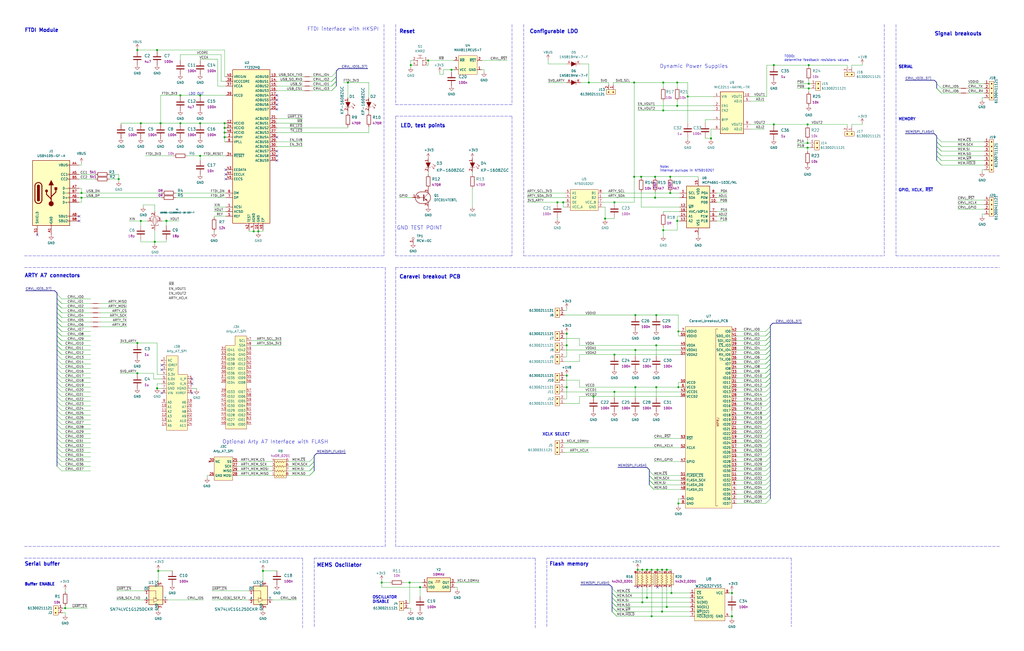
<source format=kicad_sch>
(kicad_sch (version 20211123) (generator eeschema)
  (paper "User" 558.8 355.6)
  (title_block (title "MPW tester Arty expansion") (date "2022-12-02") (rev "0.0.99"))
  (bus_alias "SPI" (members "~{CS}" "MISO" "MOSI" "SCK"))
  (bus_alias "SPI_FLASH" (members "~{CS}" "SCK" "SI" "SO" "~{WP}" "~{HOLD}"))
  (junction (at 122.555 74.93))
  (junction (at 76.835 67.31))
  (junction (at 304.165 110.49))
  (junction (at 440.69 78.105))
  (junction (at 370.205 274.955))
  (junction (at 122.555 69.85))
  (junction (at 369.57 120.65))
  (junction (at 361.95 125.73))
  (junction (at 361.95 60.325))
  (junction (at 64.77 97.79))
  (junction (at 122.555 67.31))
  (junction (at 349.885 96.52))
  (junction (at 357.505 107.95))
  (junction (at 370.205 180.975))
  (junction (at 224.155 35.56))
  (junction (at 346.71 172.085))
  (junction (at 347.98 311.15))
  (junction (at 223.52 318.135))
  (junction (at 122.555 72.39))
  (junction (at 74.93 203.835))
  (junction (at 387.985 75.565))
  (junction (at 366.395 323.85))
  (junction (at 85.725 27.305))
  (junction (at 353.06 326.39))
  (junction (at 346.075 96.52))
  (junction (at 363.855 311.15))
  (junction (at 309.245 182.245))
  (junction (at 353.06 311.15))
  (junction (at 85.725 212.09))
  (junction (at 98.425 52.07))
  (junction (at 440.69 80.645))
  (junction (at 346.71 211.455))
  (junction (at 355.6 311.15))
  (junction (at 246.38 38.1))
  (junction (at 369.57 57.785))
  (junction (at 323.85 216.535))
  (junction (at 399.415 323.85))
  (junction (at 441.325 48.26))
  (junction (at 309.245 205.105))
  (junction (at 74.93 187.325))
  (junction (at 74.93 27.305))
  (junction (at 321.31 45.085))
  (junction (at 143.51 311.785))
  (junction (at 90.805 120.65))
  (junction (at 307.34 110.49))
  (junction (at 369.57 45.085))
  (junction (at 441.325 45.72))
  (junction (at 229.235 320.675))
  (junction (at 109.22 85.09))
  (junction (at 84.455 132.08))
  (junction (at 109.22 52.07))
  (junction (at 365.76 96.52))
  (junction (at 208.28 318.135))
  (junction (at 109.22 67.31))
  (junction (at 335.28 193.675))
  (junction (at 189.865 45.085))
  (junction (at 358.14 211.455))
  (junction (at 138.43 126.365))
  (junction (at 440.69 67.945))
  (junction (at 361.95 45.085))
  (junction (at 358.775 311.15))
  (junction (at 233.68 33.02))
  (junction (at 76.835 120.65))
  (junction (at 358.14 188.595))
  (junction (at 35.56 332.105))
  (junction (at 335.28 110.49))
  (junction (at 309.245 188.595))
  (junction (at 346.075 45.085))
  (junction (at 355.6 336.55))
  (junction (at 365.76 105.41))
  (junction (at 44.45 107.95))
  (junction (at 357.505 96.52))
  (junction (at 98.425 67.31))
  (junction (at 330.2 119.38))
  (junction (at 350.52 328.93))
  (junction (at 350.52 311.15))
  (junction (at 399.415 336.55))
  (junction (at 361.315 311.15))
  (junction (at 87.63 67.31))
  (junction (at 422.275 67.945))
  (junction (at 370.205 211.455))
  (junction (at 335.28 213.995))
  (junction (at 361.315 334.01))
  (junction (at 140.97 126.365))
  (junction (at 309.245 211.455))
  (junction (at 422.275 35.56))
  (junction (at 441.325 35.56))
  (junction (at 44.45 105.41))
  (junction (at 346.71 191.135))
  (junction (at 358.14 172.085))
  (junction (at 90.805 120.523))
  (junction (at 375.285 52.705))
  (junction (at 363.855 331.47))
  (junction (at 86.36 311.785))
  (no_connect (at 20.32 128.27))
  (no_connect (at 88.265 199.39))
  (no_connect (at 104.775 214.63))
  (no_connect (at 151.13 74.93))
  (no_connect (at 123.19 95.25))
  (no_connect (at 88.265 214.63))
  (no_connect (at 151.13 54.61))
  (no_connect (at 43.18 118.11))
  (no_connect (at 104.775 207.01))
  (no_connect (at 43.18 120.65))
  (no_connect (at 151.13 87.63))
  (no_connect (at 151.13 57.15))
  (no_connect (at 358.775 320.675))
  (no_connect (at 88.265 201.93))
  (no_connect (at 151.13 85.09))
  (no_connect (at 151.13 52.07))
  (no_connect (at 347.98 320.675))
  (no_connect (at 123.19 97.79))
  (no_connect (at 151.13 59.69))
  (no_connect (at 104.775 209.55))
  (no_connect (at 151.13 82.55))
  (no_connect (at 123.19 92.71))
  (bus_entry (at 420.37 180.975) (size -2.54 2.54))
  (bus_entry (at 31.115 188.595) (size 2.54 2.54))
  (bus_entry (at 334.01 334.01) (size 2.54 2.54))
  (bus_entry (at 31.115 247.015) (size 2.54 2.54))
  (bus_entry (at 420.37 201.295) (size -2.54 2.54))
  (bus_entry (at 31.115 186.055) (size 2.54 2.54))
  (bus_entry (at 31.115 175.895) (size 2.54 2.54))
  (bus_entry (at 354.33 264.795) (size 2.54 2.54))
  (bus_entry (at 31.115 196.215) (size 2.54 2.54))
  (bus_entry (at 31.115 160.655) (size 2.54 2.54))
  (bus_entry (at 334.01 331.47) (size 2.54 2.54))
  (bus_entry (at 420.37 191.135) (size -2.54 2.54))
  (bus_entry (at 31.115 173.355) (size 2.54 2.54))
  (bus_entry (at 420.37 236.855) (size -2.54 2.54))
  (bus_entry (at 171.45 254.635) (size -2.54 2.54))
  (bus_entry (at 511.175 85.09) (size 2.54 2.54))
  (bus_entry (at 31.115 221.615) (size 2.54 2.54))
  (bus_entry (at 171.45 254.635) (size -2.54 2.54))
  (bus_entry (at 31.115 183.515) (size 2.54 2.54))
  (bus_entry (at 334.01 326.39) (size 2.54 2.54))
  (bus_entry (at 420.37 178.435) (size -2.54 2.54))
  (bus_entry (at 420.37 229.235) (size -2.54 2.54))
  (bus_entry (at 31.115 175.895) (size 2.54 2.54))
  (bus_entry (at 171.45 257.175) (size -2.54 2.54))
  (bus_entry (at 183.515 41.91) (size -2.54 2.54))
  (bus_entry (at 31.115 163.195) (size 2.54 2.54))
  (bus_entry (at 511.175 87.63) (size 2.54 2.54))
  (bus_entry (at 31.115 165.735) (size 2.54 2.54))
  (bus_entry (at 171.45 252.095) (size -2.54 2.54))
  (bus_entry (at 354.33 259.715) (size 2.54 2.54))
  (bus_entry (at 420.37 239.395) (size -2.54 2.54))
  (bus_entry (at 31.115 201.295) (size 2.54 2.54))
  (bus_entry (at 31.115 206.375) (size 2.54 2.54))
  (bus_entry (at 420.37 183.515) (size -2.54 2.54))
  (bus_entry (at 31.115 254.635) (size 2.54 2.54))
  (bus_entry (at 31.115 193.675) (size 2.54 2.54))
  (bus_entry (at 334.01 323.85) (size 2.54 2.54))
  (bus_entry (at 334.01 328.93) (size 2.54 2.54))
  (bus_entry (at 31.115 163.195) (size 2.54 2.54))
  (bus_entry (at 511.175 48.26) (size 2.54 2.54))
  (bus_entry (at 31.115 173.355) (size 2.54 2.54))
  (bus_entry (at 183.515 46.99) (size -2.54 2.54))
  (bus_entry (at 420.37 264.795) (size -2.54 2.54))
  (bus_entry (at 31.115 234.315) (size 2.54 2.54))
  (bus_entry (at 420.37 198.755) (size -2.54 2.54))
  (bus_entry (at 420.37 191.135) (size -2.54 2.54))
  (bus_entry (at 171.45 252.095) (size -2.54 2.54))
  (bus_entry (at 511.175 82.55) (size 2.54 2.54))
  (bus_entry (at 511.175 80.01) (size 2.54 2.54))
  (bus_entry (at 31.115 244.475) (size 2.54 2.54))
  (bus_entry (at 420.37 193.675) (size -2.54 2.54))
  (bus_entry (at 511.175 74.93) (size 2.54 2.54))
  (bus_entry (at 420.37 198.755) (size -2.54 2.54))
  (bus_entry (at 511.175 87.63) (size 2.54 2.54))
  (bus_entry (at 334.01 328.93) (size 2.54 2.54))
  (bus_entry (at 420.37 196.215) (size -2.54 2.54))
  (bus_entry (at 183.515 46.99) (size -2.54 2.54))
  (bus_entry (at 420.37 219.075) (size -2.54 2.54))
  (bus_entry (at 420.37 262.255) (size -2.54 2.54))
  (bus_entry (at 420.37 206.375) (size -2.54 2.54))
  (bus_entry (at 420.37 183.515) (size -2.54 2.54))
  (bus_entry (at 31.115 229.235) (size 2.54 2.54))
  (bus_entry (at 511.175 45.72) (size 2.54 2.54))
  (bus_entry (at 31.115 236.855) (size 2.54 2.54))
  (bus_entry (at 420.37 241.935) (size -2.54 2.54))
  (bus_entry (at 31.115 198.755) (size 2.54 2.54))
  (bus_entry (at 31.115 178.435) (size 2.54 2.54))
  (bus_entry (at 420.37 188.595) (size -2.54 2.54))
  (bus_entry (at 183.515 39.37) (size -2.54 2.54))
  (bus_entry (at 31.115 168.275) (size 2.54 2.54))
  (bus_entry (at 183.515 41.91) (size -2.54 2.54))
  (bus_entry (at 354.33 257.175) (size 2.54 2.54))
  (bus_entry (at 420.37 208.915) (size -2.54 2.54))
  (bus_entry (at 420.37 208.915) (size -2.54 2.54))
  (bus_entry (at 31.115 178.435) (size 2.54 2.54))
  (bus_entry (at 420.37 196.215) (size -2.54 2.54))
  (bus_entry (at 420.37 203.835) (size -2.54 2.54))
  (bus_entry (at 31.115 191.135) (size 2.54 2.54))
  (bus_entry (at 354.33 259.715) (size 2.54 2.54))
  (bus_entry (at 31.115 208.915) (size 2.54 2.54))
  (bus_entry (at 334.01 321.31) (size 2.54 2.54))
  (bus_entry (at 334.01 331.47) (size 2.54 2.54))
  (bus_entry (at 31.115 219.075) (size 2.54 2.54))
  (bus_entry (at 420.37 244.475) (size -2.54 2.54))
  (bus_entry (at 31.115 216.535) (size 2.54 2.54))
  (bus_entry (at 420.37 203.835) (size -2.54 2.54))
  (bus_entry (at 31.115 170.815) (size 2.54 2.54))
  (bus_entry (at 511.175 82.55) (size 2.54 2.54))
  (bus_entry (at 31.115 170.815) (size 2.54 2.54))
  (bus_entry (at 420.37 231.775) (size -2.54 2.54))
  (bus_entry (at 420.37 213.995) (size -2.54 2.54))
  (bus_entry (at 354.33 262.255) (size 2.54 2.54))
  (bus_entry (at 420.37 272.415) (size -2.54 2.54))
  (bus_entry (at 420.37 180.975) (size -2.54 2.54))
  (bus_entry (at 420.37 267.335) (size -2.54 2.54))
  (bus_entry (at 31.115 165.735) (size 2.54 2.54))
  (bus_entry (at 420.37 234.315) (size -2.54 2.54))
  (bus_entry (at 420.37 216.535) (size -2.54 2.54))
  (bus_entry (at 31.115 186.055) (size 2.54 2.54))
  (bus_entry (at 31.115 226.695) (size 2.54 2.54))
  (bus_entry (at 31.115 213.995) (size 2.54 2.54))
  (bus_entry (at 183.515 44.45) (size -2.54 2.54))
  (bus_entry (at 31.115 168.275) (size 2.54 2.54))
  (bus_entry (at 511.175 77.47) (size 2.54 2.54))
  (bus_entry (at 420.37 211.455) (size -2.54 2.54))
  (bus_entry (at 171.45 257.175) (size -2.54 2.54))
  (bus_entry (at 183.515 44.45) (size -2.54 2.54))
  (bus_entry (at 31.115 241.935) (size 2.54 2.54))
  (bus_entry (at 31.115 211.455) (size 2.54 2.54))
  (bus_entry (at 31.115 252.095) (size 2.54 2.54))
  (bus_entry (at 31.115 239.395) (size 2.54 2.54))
  (bus_entry (at 420.37 221.615) (size -2.54 2.54))
  (bus_entry (at 31.115 224.155) (size 2.54 2.54))
  (bus_entry (at 420.37 186.055) (size -2.54 2.54))
  (bus_entry (at 511.175 85.09) (size 2.54 2.54))
  (bus_entry (at 420.37 206.375) (size -2.54 2.54))
  (bus_entry (at 511.175 77.47) (size 2.54 2.54))
  (bus_entry (at 31.115 191.135) (size 2.54 2.54))
  (bus_entry (at 420.37 224.155) (size -2.54 2.54))
  (bus_entry (at 511.175 48.26) (size 2.54 2.54))
  (bus_entry (at 420.37 257.175) (size -2.54 2.54))
  (bus_entry (at 420.37 186.055) (size -2.54 2.54))
  (bus_entry (at 420.37 249.555) (size -2.54 2.54))
  (bus_entry (at 31.115 188.595) (size 2.54 2.54))
  (bus_entry (at 171.45 249.555) (size -2.54 2.54))
  (bus_entry (at 420.37 247.015) (size -2.54 2.54))
  (bus_entry (at 31.115 203.835) (size 2.54 2.54))
  (bus_entry (at 420.37 252.095) (size -2.54 2.54))
  (bus_entry (at 334.01 323.85) (size 2.54 2.54))
  (bus_entry (at 354.33 262.255) (size 2.54 2.54))
  (bus_entry (at 334.01 326.39) (size 2.54 2.54))
  (bus_entry (at 420.37 226.695) (size -2.54 2.54))
  (bus_entry (at 31.115 249.555) (size 2.54 2.54))
  (bus_entry (at 420.37 254.635) (size -2.54 2.54))
  (bus_entry (at 354.33 264.795) (size 2.54 2.54))
  (bus_entry (at 334.01 334.01) (size 2.54 2.54))
  (bus_entry (at 420.37 201.295) (size -2.54 2.54))
  (bus_entry (at 420.37 193.675) (size -2.54 2.54))
  (bus_entry (at 420.37 269.875) (size -2.54 2.54))
  (bus_entry (at 31.115 180.975) (size 2.54 2.54))
  (bus_entry (at 31.115 183.515) (size 2.54 2.54))
  (bus_entry (at 31.115 231.775) (size 2.54 2.54))
  (bus_entry (at 31.115 180.975) (size 2.54 2.54))
  (bus_entry (at 511.175 80.01) (size 2.54 2.54))
  (bus_entry (at 420.37 259.715) (size -2.54 2.54))
  (bus_entry (at 420.37 188.595) (size -2.54 2.54))
  (wire (pts (xy 95.885 105.41) (xy 123.19 105.41)))
  (bus (pts (xy 31.115 236.855) (xy 31.115 239.395)))
  (wire (pts (xy 401.955 201.295) (xy 417.83 201.295)))
  (wire (pts (xy 440.69 76.2) (xy 440.69 78.105)))
  (wire (pts (xy 401.955 226.695) (xy 417.83 226.695)))
  (wire (pts (xy 157.48 252.095) (xy 168.91 252.095)))
  (bus (pts (xy 31.115 178.435) (xy 31.115 180.975)))
  (wire (pts (xy 401.955 219.075) (xy 417.83 219.075)))
  (wire (pts (xy 346.075 45.085) (xy 361.95 45.085)))
  (wire (pts (xy 151.13 46.99) (xy 165.1 46.99)))
  (wire (pts (xy 49.53 244.475) (xy 33.655 244.475)))
  (wire (pts (xy 358.775 311.15) (xy 358.775 311.785)))
  (wire (pts (xy 434.975 78.105) (xy 440.69 78.105)))
  (wire (pts (xy 74.93 27.305) (xy 74.93 26.67)))
  (bus (pts (xy 31.115 170.815) (xy 31.115 173.355)))
  (wire (pts (xy 365.76 96.52) (xy 381 96.52)))
  (bus (pts (xy 184.785 37.465) (xy 183.515 38.735)))
  (wire (pts (xy 358.14 172.085) (xy 370.205 172.085)))
  (wire (pts (xy 401.955 259.715) (xy 417.83 259.715)))
  (bus (pts (xy 334.01 321.31) (xy 334.01 323.85)))
  (wire (pts (xy 35.56 334.645) (xy 35.56 335.915)))
  (wire (pts (xy 287.655 110.49) (xy 304.165 110.49)))
  (bus (pts (xy 183.515 39.37) (xy 183.515 41.91)))
  (wire (pts (xy 316.865 45.085) (xy 321.31 45.085)))
  (wire (pts (xy 375.285 67.31) (xy 375.285 52.705)))
  (wire (pts (xy 375.285 52.705) (xy 389.255 52.705)))
  (wire (pts (xy 307.975 172.085) (xy 346.71 172.085)))
  (wire (pts (xy 307.975 244.475) (xy 371.475 244.475)))
  (wire (pts (xy 189.865 45.085) (xy 189.865 53.34)))
  (wire (pts (xy 95.885 107.95) (xy 123.19 107.95)))
  (wire (pts (xy 140.97 127) (xy 140.97 126.365)))
  (bus (pts (xy 420.37 241.935) (xy 420.37 244.475)))
  (bus (pts (xy 31.115 211.455) (xy 31.115 213.995)))
  (wire (pts (xy 90.805 120.65) (xy 90.805 120.523)))
  (wire (pts (xy 233.68 35.56) (xy 233.045 35.56)))
  (wire (pts (xy 316.23 216.535) (xy 323.85 216.535)))
  (bus (pts (xy 420.37 269.875) (xy 420.37 272.415)))
  (wire (pts (xy 381 96.52) (xy 381 97.79)))
  (wire (pts (xy 361.95 123.825) (xy 361.95 125.73)))
  (bus (pts (xy 31.115 234.315) (xy 31.115 236.855)))
  (wire (pts (xy 440.69 78.105) (xy 441.96 78.105)))
  (bus (pts (xy 31.115 180.975) (xy 31.115 183.515)))
  (wire (pts (xy 365.76 96.52) (xy 365.76 97.155)))
  (polyline (pts (xy 13.335 139.7) (xy 209.55 139.7)))
  (wire (pts (xy 87.63 52.07) (xy 87.63 67.31)))
  (wire (pts (xy 350.52 311.15) (xy 353.06 311.15)))
  (wire (pts (xy 90.805 120.65) (xy 88.265 120.65)))
  (wire (pts (xy 309.245 188.595) (xy 309.245 194.945)))
  (wire (pts (xy 90.805 120.65) (xy 90.805 123.19)))
  (wire (pts (xy 369.57 120.65) (xy 369.57 125.73)))
  (bus (pts (xy 354.33 257.175) (xy 354.33 259.715)))
  (wire (pts (xy 401.955 198.755) (xy 417.83 198.755)))
  (bus (pts (xy 420.37 239.395) (xy 420.37 241.935)))
  (bus (pts (xy 420.37 191.135) (xy 420.37 193.675)))
  (wire (pts (xy 35.56 330.835) (xy 35.56 332.105)))
  (wire (pts (xy 87.63 67.31) (xy 87.63 67.945)))
  (bus (pts (xy 31.115 231.775) (xy 31.115 234.315)))
  (wire (pts (xy 122.555 67.31) (xy 123.19 67.31)))
  (wire (pts (xy 76.835 67.31) (xy 76.835 67.945)))
  (wire (pts (xy 224.155 35.56) (xy 224.155 36.83)))
  (wire (pts (xy 143.51 332.74) (xy 143.51 333.375)))
  (wire (pts (xy 44.45 102.87) (xy 44.45 105.41)))
  (bus (pts (xy 420.37 177.8) (xy 420.37 178.435)))
  (wire (pts (xy 363.855 320.675) (xy 363.855 331.47)))
  (wire (pts (xy 35.56 332.105) (xy 34.29 332.105)))
  (wire (pts (xy 63.5 327.66) (xy 78.74 327.66)))
  (bus (pts (xy 354.33 259.715) (xy 354.33 262.255)))
  (wire (pts (xy 157.48 254.635) (xy 168.91 254.635)))
  (bus (pts (xy 420.37 257.175) (xy 420.37 259.715)))
  (wire (pts (xy 74.93 187.325) (xy 74.93 187.96)))
  (wire (pts (xy 151.13 44.45) (xy 165.1 44.45)))
  (wire (pts (xy 140.97 126.365) (xy 143.51 126.365)))
  (wire (pts (xy 43.18 90.17) (xy 44.45 90.17)))
  (wire (pts (xy 49.53 180.975) (xy 33.655 180.975)))
  (wire (pts (xy 151.13 80.01) (xy 165.1 80.01)))
  (wire (pts (xy 69.215 178.435) (xy 54.61 178.435)))
  (wire (pts (xy 49.53 165.735) (xy 33.655 165.735)))
  (wire (pts (xy 86.36 311.785) (xy 93.98 311.785)))
  (bus (pts (xy 31.115 229.235) (xy 31.115 231.775)))
  (wire (pts (xy 355.6 311.15) (xy 358.775 311.15)))
  (wire (pts (xy 365.76 104.775) (xy 365.76 105.41)))
  (wire (pts (xy 90.805 120.65) (xy 97.79 120.65)))
  (bus (pts (xy 31.115 239.395) (xy 31.115 241.935)))
  (wire (pts (xy 151.13 77.47) (xy 165.1 77.47)))
  (wire (pts (xy 49.53 201.295) (xy 33.655 201.295)))
  (wire (pts (xy 49.53 203.835) (xy 33.655 203.835)))
  (wire (pts (xy 401.955 262.255) (xy 417.83 262.255)))
  (wire (pts (xy 307.34 113.03) (xy 308.61 113.03)))
  (wire (pts (xy 349.885 96.52) (xy 357.505 96.52)))
  (wire (pts (xy 49.53 221.615) (xy 33.655 221.615)))
  (wire (pts (xy 98.425 67.31) (xy 109.22 67.31)))
  (wire (pts (xy 129.54 254.635) (xy 148.59 254.635)))
  (wire (pts (xy 122.555 74.93) (xy 122.555 77.47)))
  (wire (pts (xy 84.455 111.887) (xy 78.105 111.887)))
  (wire (pts (xy 350.52 328.93) (xy 376.555 328.93)))
  (wire (pts (xy 64.77 95.25) (xy 64.77 97.79)))
  (wire (pts (xy 401.955 272.415) (xy 417.83 272.415)))
  (wire (pts (xy 316.23 220.345) (xy 316.23 216.535)))
  (wire (pts (xy 229.235 320.675) (xy 230.505 320.675)))
  (wire (pts (xy 513.715 90.17) (xy 537.21 90.17)))
  (wire (pts (xy 309.245 205.105) (xy 309.245 211.455)))
  (bus (pts (xy 31.115 219.075) (xy 31.115 221.615)))
  (wire (pts (xy 49.53 247.015) (xy 33.655 247.015)))
  (wire (pts (xy 440.69 67.945) (xy 462.28 67.945)))
  (wire (pts (xy 123.19 44.45) (xy 120.65 44.45)))
  (bus (pts (xy 31.115 221.615) (xy 31.115 224.155)))
  (wire (pts (xy 370.205 272.415) (xy 370.205 274.955)))
  (polyline (pts (xy 298.45 304.8) (xy 431.8 304.8)))
  (wire (pts (xy 401.955 269.875) (xy 417.83 269.875)))
  (wire (pts (xy 371.475 183.515) (xy 370.205 183.515)))
  (bus (pts (xy 31.115 252.095) (xy 31.115 254.635)))
  (wire (pts (xy 49.53 168.275) (xy 33.655 168.275)))
  (wire (pts (xy 98.425 52.07) (xy 109.22 52.07)))
  (wire (pts (xy 69.215 170.815) (xy 54.61 170.815)))
  (wire (pts (xy 49.53 239.395) (xy 33.655 239.395)))
  (wire (pts (xy 358.14 172.085) (xy 358.14 172.72)))
  (wire (pts (xy 418.465 35.56) (xy 422.275 35.56)))
  (wire (pts (xy 208.28 318.135) (xy 208.28 320.675)))
  (bus (pts (xy 31.115 193.675) (xy 31.115 196.215)))
  (wire (pts (xy 223.52 318.135) (xy 223.52 329.565)))
  (wire (pts (xy 371.475 239.395) (xy 356.87 239.395)))
  (wire (pts (xy 261.62 318.135) (xy 248.285 318.135)))
  (polyline (pts (xy 215.9 146.05) (xy 545.465 146.05)))
  (wire (pts (xy 69.215 175.895) (xy 54.61 175.895)))
  (wire (pts (xy 309.245 169.545) (xy 307.975 169.545)))
  (wire (pts (xy 418.465 52.705) (xy 418.465 35.56)))
  (bus (pts (xy 316.865 319.405) (xy 332.74 319.405)))
  (wire (pts (xy 398.145 323.85) (xy 399.415 323.85)))
  (wire (pts (xy 346.075 96.52) (xy 349.885 96.52)))
  (wire (pts (xy 401.955 193.675) (xy 417.83 193.675)))
  (wire (pts (xy 441.325 35.56) (xy 441.325 36.195)))
  (wire (pts (xy 513.715 87.63) (xy 537.21 87.63)))
  (wire (pts (xy 113.03 259.715) (xy 113.03 260.985)))
  (bus (pts (xy 420.37 247.015) (xy 420.37 249.555)))
  (wire (pts (xy 225.425 33.02) (xy 224.155 33.02)))
  (wire (pts (xy 276.86 33.02) (xy 262.89 33.02)))
  (wire (pts (xy 335.28 213.995) (xy 335.28 217.17)))
  (wire (pts (xy 49.53 249.555) (xy 33.655 249.555)))
  (wire (pts (xy 401.955 254.635) (xy 417.83 254.635)))
  (bus (pts (xy 31.115 226.695) (xy 31.115 229.235)))
  (wire (pts (xy 170.18 49.53) (xy 180.975 49.53)))
  (wire (pts (xy 201.295 60.96) (xy 201.295 61.595)))
  (wire (pts (xy 240.03 39.37) (xy 240.03 40.64)))
  (wire (pts (xy 401.955 267.335) (xy 417.83 267.335)))
  (wire (pts (xy 401.955 180.975) (xy 417.83 180.975)))
  (bus (pts (xy 354.33 262.255) (xy 354.33 264.795)))
  (wire (pts (xy 347.98 311.785) (xy 347.98 311.15)))
  (wire (pts (xy 116.84 115.57) (xy 123.19 115.57)))
  (wire (pts (xy 49.53 219.075) (xy 33.655 219.075)))
  (wire (pts (xy 361.95 128.905) (xy 361.95 125.73)))
  (wire (pts (xy 307.34 110.49) (xy 307.34 113.03)))
  (wire (pts (xy 66.04 67.31) (xy 66.04 67.945)))
  (wire (pts (xy 84.455 132.08) (xy 90.805 132.08)))
  (polyline (pts (xy 279.4 63.5) (xy 279.4 139.7)))
  (polyline (pts (xy 488.95 13.335) (xy 488.95 139.7)))
  (wire (pts (xy 401.955 216.535) (xy 417.83 216.535)))
  (wire (pts (xy 170.18 46.99) (xy 180.975 46.99)))
  (wire (pts (xy 109.22 32.385) (xy 109.22 33.02)))
  (bus (pts (xy 420.37 267.335) (xy 420.37 269.875)))
  (wire (pts (xy 441.325 35.56) (xy 462.28 35.56)))
  (wire (pts (xy 535.94 92.71) (xy 535.94 93.98)))
  (wire (pts (xy 391.16 105.41) (xy 396.875 105.41)))
  (wire (pts (xy 116.84 113.03) (xy 123.19 113.03)))
  (wire (pts (xy 208.28 316.865) (xy 208.28 318.135)))
  (wire (pts (xy 440.69 67.945) (xy 440.69 68.58)))
  (wire (pts (xy 361.95 115.57) (xy 361.95 116.205)))
  (wire (pts (xy 355.6 311.15) (xy 355.6 311.785)))
  (wire (pts (xy 369.57 55.245) (xy 369.57 57.785)))
  (wire (pts (xy 422.275 36.195) (xy 422.275 35.56)))
  (wire (pts (xy 440.69 80.645) (xy 440.69 82.55)))
  (polyline (pts (xy 209.55 13.335) (xy 209.55 139.7)))
  (bus (pts (xy 31.115 224.155) (xy 31.115 226.695)))
  (bus (pts (xy 420.37 219.075) (xy 420.37 221.615)))
  (bus (pts (xy 334.01 328.93) (xy 334.01 331.47)))
  (wire (pts (xy 328.93 105.41) (xy 365.76 105.41)))
  (wire (pts (xy 88.265 204.47) (xy 85.725 204.47)))
  (bus (pts (xy 31.115 191.135) (xy 31.115 193.675)))
  (bus (pts (xy 511.175 82.55) (xy 511.175 85.09)))
  (bus (pts (xy 420.37 229.235) (xy 420.37 231.775)))
  (wire (pts (xy 54.61 173.355) (xy 69.215 173.355)))
  (polyline (pts (xy 488.95 139.7) (xy 545.465 139.7)))
  (wire (pts (xy 346.71 211.455) (xy 346.71 217.17)))
  (wire (pts (xy 64.77 97.79) (xy 64.77 99.06)))
  (wire (pts (xy 49.53 206.375) (xy 33.655 206.375)))
  (wire (pts (xy 304.165 120.015) (xy 304.165 118.745)))
  (wire (pts (xy 35.56 321.945) (xy 35.56 323.215)))
  (wire (pts (xy 84.455 115.57) (xy 84.455 111.887)))
  (wire (pts (xy 129.54 259.715) (xy 148.59 259.715)))
  (wire (pts (xy 309.245 194.945) (xy 307.975 194.945)))
  (wire (pts (xy 208.28 320.675) (xy 229.235 320.675)))
  (wire (pts (xy 361.95 60.325) (xy 389.255 60.325)))
  (wire (pts (xy 401.955 247.015) (xy 417.83 247.015)))
  (wire (pts (xy 85.725 209.55) (xy 85.725 212.09)))
  (wire (pts (xy 401.955 236.855) (xy 417.83 236.855)))
  (bus (pts (xy 420.37 252.095) (xy 420.37 254.635)))
  (wire (pts (xy 321.31 45.085) (xy 332.105 45.085)))
  (wire (pts (xy 470.535 67.31) (xy 470.535 67.945)))
  (bus (pts (xy 420.37 201.295) (xy 420.37 203.835)))
  (wire (pts (xy 370.205 180.975) (xy 370.205 183.515)))
  (wire (pts (xy 157.48 257.175) (xy 168.91 257.175)))
  (wire (pts (xy 346.71 172.085) (xy 346.71 172.72)))
  (wire (pts (xy 65.405 187.325) (xy 74.93 187.325)))
  (wire (pts (xy 86.36 311.15) (xy 86.36 311.785)))
  (wire (pts (xy 363.855 311.15) (xy 363.855 311.785)))
  (wire (pts (xy 401.955 191.135) (xy 417.83 191.135)))
  (wire (pts (xy 328.93 113.03) (xy 330.2 113.03)))
  (polyline (pts (xy 165.1 304.8) (xy 165.1 342.9)))
  (bus (pts (xy 437.515 176.53) (xy 421.64 176.53)))
  (wire (pts (xy 321.31 241.935) (xy 307.975 241.935)))
  (wire (pts (xy 401.955 257.175) (xy 417.83 257.175)))
  (wire (pts (xy 83.82 207.01) (xy 83.82 203.835)))
  (bus (pts (xy 420.37 249.555) (xy 420.37 252.095)))
  (wire (pts (xy 309.245 211.455) (xy 307.975 211.455)))
  (wire (pts (xy 49.53 257.175) (xy 33.655 257.175)))
  (wire (pts (xy 122.555 41.91) (xy 122.555 27.305)))
  (wire (pts (xy 90.805 130.81) (xy 90.805 132.08)))
  (wire (pts (xy 537.21 92.71) (xy 535.94 92.71)))
  (wire (pts (xy 49.53 216.535) (xy 33.655 216.535)))
  (wire (pts (xy 370.205 274.955) (xy 370.205 276.225)))
  (wire (pts (xy 513.715 85.09) (xy 537.21 85.09)))
  (polyline (pts (xy 279.4 139.7) (xy 215.9 139.7)))
  (wire (pts (xy 49.53 211.455) (xy 33.655 211.455)))
  (wire (pts (xy 137.16 188.595) (xy 153.67 188.595)))
  (wire (pts (xy 441.325 48.26) (xy 441.325 50.165)))
  (bus (pts (xy 494.03 73.025) (xy 509.905 73.025)))
  (wire (pts (xy 464.82 35.56) (xy 464.82 36.83)))
  (wire (pts (xy 309.245 168.275) (xy 309.245 169.545)))
  (wire (pts (xy 323.85 217.17) (xy 323.85 216.535)))
  (wire (pts (xy 370.205 208.915) (xy 371.475 208.915)))
  (wire (pts (xy 401.955 211.455) (xy 417.83 211.455)))
  (wire (pts (xy 370.205 180.975) (xy 371.475 180.975)))
  (wire (pts (xy 381 128.27) (xy 381 128.905)))
  (wire (pts (xy 287.655 107.95) (xy 308.61 107.95)))
  (wire (pts (xy 44.45 105.41) (xy 88.265 105.41)))
  (wire (pts (xy 143.51 311.15) (xy 143.51 311.785)))
  (wire (pts (xy 137.16 186.055) (xy 153.67 186.055)))
  (wire (pts (xy 361.315 311.15) (xy 361.315 311.785)))
  (wire (pts (xy 114.3 259.715) (xy 113.03 259.715)))
  (bus (pts (xy 420.37 262.255) (xy 420.37 264.795)))
  (wire (pts (xy 391.16 120.65) (xy 396.875 120.65)))
  (wire (pts (xy 401.955 208.915) (xy 417.83 208.915)))
  (wire (pts (xy 346.075 110.49) (xy 335.28 110.49)))
  (wire (pts (xy 535.94 116.84) (xy 535.94 118.11)))
  (wire (pts (xy 316.23 184.785) (xy 316.23 188.595)))
  (bus (pts (xy 420.37 186.055) (xy 420.37 188.595)))
  (wire (pts (xy 391.16 115.57) (xy 396.875 115.57)))
  (wire (pts (xy 353.06 311.15) (xy 353.06 311.785)))
  (wire (pts (xy 357.505 96.52) (xy 365.76 96.52)))
  (wire (pts (xy 49.53 191.135) (xy 33.655 191.135)))
  (wire (pts (xy 223.52 329.565) (xy 222.885 329.565)))
  (wire (pts (xy 304.165 110.49) (xy 304.165 111.125)))
  (bus (pts (xy 171.45 252.095) (xy 171.45 254.635)))
  (wire (pts (xy 347.98 60.325) (xy 361.95 60.325)))
  (wire (pts (xy 387.985 70.485) (xy 387.985 75.565)))
  (wire (pts (xy 109.22 52.07) (xy 109.22 52.705)))
  (wire (pts (xy 102.235 85.09) (xy 109.22 85.09)))
  (wire (pts (xy 357.505 104.775) (xy 357.505 107.95)))
  (wire (pts (xy 401.955 274.955) (xy 417.83 274.955)))
  (bus (pts (xy 420.37 196.215) (xy 420.37 198.755)))
  (bus (pts (xy 420.37 188.595) (xy 420.37 191.135)))
  (wire (pts (xy 523.24 48.26) (xy 513.715 48.26)))
  (wire (pts (xy 307.975 247.015) (xy 321.31 247.015)))
  (wire (pts (xy 143.51 125.73) (xy 143.51 126.365)))
  (wire (pts (xy 224.155 35.56) (xy 225.425 35.56)))
  (bus (pts (xy 509.905 73.025) (xy 511.175 74.295)))
  (wire (pts (xy 513.715 77.47) (xy 537.21 77.47)))
  (wire (pts (xy 434.975 48.26) (xy 441.325 48.26)))
  (bus (pts (xy 31.115 247.015) (xy 31.115 249.555)))
  (wire (pts (xy 63.5 322.58) (xy 78.74 322.58)))
  (wire (pts (xy 347.98 310.515) (xy 347.98 311.15)))
  (wire (pts (xy 316.23 211.455) (xy 346.71 211.455)))
  (wire (pts (xy 49.53 231.775) (xy 33.655 231.775)))
  (wire (pts (xy 442.595 48.26) (xy 441.325 48.26)))
  (wire (pts (xy 349.885 96.52) (xy 349.885 97.155)))
  (wire (pts (xy 316.865 34.925) (xy 321.31 34.925)))
  (bus (pts (xy 511.175 45.72) (xy 511.175 48.26)))
  (wire (pts (xy 537.21 109.22) (xy 522.605 109.22)))
  (wire (pts (xy 76.835 130.81) (xy 76.835 132.08)))
  (wire (pts (xy 356.87 267.335) (xy 371.475 267.335)))
  (wire (pts (xy 151.13 64.77) (xy 165.1 64.77)))
  (polyline (pts (xy 215.9 146.05) (xy 215.9 298.45)))
  (wire (pts (xy 98.425 52.07) (xy 98.425 52.705)))
  (wire (pts (xy 464.82 67.945) (xy 464.82 69.215)))
  (polyline (pts (xy 215.9 57.15) (xy 279.4 57.15)))
  (polyline (pts (xy 13.335 298.45) (xy 210.185 298.45)))
  (bus (pts (xy 332.74 319.405) (xy 334.01 320.675)))
  (bus (pts (xy 420.37 231.775) (xy 420.37 234.315)))
  (bus (pts (xy 334.01 320.675) (xy 334.01 321.31)))
  (wire (pts (xy 49.53 188.595) (xy 33.655 188.595)))
  (wire (pts (xy 370.205 274.955) (xy 371.475 274.955)))
  (wire (pts (xy 49.53 213.995) (xy 33.655 213.995)))
  (wire (pts (xy 353.06 326.39) (xy 376.555 326.39)))
  (wire (pts (xy 44.45 88.9) (xy 44.45 90.17)))
  (wire (pts (xy 138.43 126.365) (xy 140.97 126.365)))
  (wire (pts (xy 123.19 41.91) (xy 122.555 41.91)))
  (polyline (pts (xy 545.465 298.45) (xy 215.9 298.45)))
  (bus (pts (xy 31.115 165.735) (xy 31.115 168.275)))
  (wire (pts (xy 135.89 125.73) (xy 135.89 126.365)))
  (wire (pts (xy 307.975 191.135) (xy 346.71 191.135)))
  (wire (pts (xy 358.775 311.15) (xy 361.315 311.15)))
  (wire (pts (xy 353.06 320.675) (xy 353.06 326.39)))
  (wire (pts (xy 129.54 252.095) (xy 148.59 252.095)))
  (wire (pts (xy 34.29 334.645) (xy 35.56 334.645)))
  (wire (pts (xy 78.105 111.887) (xy 78.105 113.03)))
  (wire (pts (xy 98.425 29.845) (xy 120.65 29.845)))
  (bus (pts (xy 31.115 213.995) (xy 31.115 216.535)))
  (wire (pts (xy 49.53 241.935) (xy 33.655 241.935)))
  (bus (pts (xy 420.37 224.155) (xy 420.37 226.695)))
  (bus (pts (xy 183.515 41.91) (xy 183.515 44.45)))
  (bus (pts (xy 31.115 160.02) (xy 31.115 160.655)))
  (wire (pts (xy 217.805 107.95) (xy 224.79 107.95)))
  (bus (pts (xy 171.45 254.635) (xy 171.45 257.175)))
  (wire (pts (xy 462.28 35.56) (xy 462.28 36.83)))
  (bus (pts (xy 420.37 203.835) (xy 420.37 206.375)))
  (wire (pts (xy 384.81 65.405) (xy 384.81 67.31)))
  (wire (pts (xy 522.605 114.3) (xy 537.21 114.3)))
  (wire (pts (xy 309.245 188.595) (xy 307.975 188.595)))
  (wire (pts (xy 401.955 206.375) (xy 417.83 206.375)))
  (wire (pts (xy 49.53 198.755) (xy 33.655 198.755)))
  (wire (pts (xy 241.935 40.64) (xy 241.935 38.1)))
  (wire (pts (xy 143.51 311.785) (xy 151.13 311.785)))
  (wire (pts (xy 44.45 107.95) (xy 43.18 107.95)))
  (wire (pts (xy 365.76 105.41) (xy 370.84 105.41)))
  (wire (pts (xy 122.555 69.85) (xy 122.555 72.39)))
  (wire (pts (xy 371.475 191.135) (xy 346.71 191.135)))
  (wire (pts (xy 363.855 311.15) (xy 366.395 311.15)))
  (wire (pts (xy 361.315 320.675) (xy 361.315 334.01)))
  (wire (pts (xy 537.21 48.26) (xy 528.32 48.26)))
  (wire (pts (xy 356.87 262.255) (xy 371.475 262.255)))
  (bus (pts (xy 31.115 160.655) (xy 31.115 163.195)))
  (wire (pts (xy 224.155 33.02) (xy 224.155 35.56)))
  (wire (pts (xy 107.315 212.09) (xy 104.775 212.09)))
  (bus (pts (xy 13.97 158.75) (xy 29.845 158.75)))
  (wire (pts (xy 401.955 252.095) (xy 417.83 252.095)))
  (wire (pts (xy 353.06 311.15) (xy 355.6 311.15)))
  (bus (pts (xy 511.175 85.09) (xy 511.175 87.63)))
  (wire (pts (xy 49.53 224.155) (xy 33.655 224.155)))
  (wire (pts (xy 470.535 34.925) (xy 470.535 35.56)))
  (wire (pts (xy 307.975 205.105) (xy 309.245 205.105)))
  (bus (pts (xy 31.115 241.935) (xy 31.115 244.475)))
  (wire (pts (xy 513.715 82.55) (xy 537.21 82.55)))
  (wire (pts (xy 222.885 332.105) (xy 224.155 332.105)))
  (wire (pts (xy 391.16 107.95) (xy 396.875 107.95)))
  (wire (pts (xy 391.16 118.11) (xy 396.875 118.11)))
  (wire (pts (xy 109.22 85.09) (xy 123.19 85.09)))
  (wire (pts (xy 355.6 320.675) (xy 355.6 336.55)))
  (wire (pts (xy 398.145 336.55) (xy 399.415 336.55)))
  (bus (pts (xy 511.175 77.47) (xy 511.175 80.01)))
  (wire (pts (xy 350.52 311.15) (xy 350.52 311.785)))
  (wire (pts (xy 309.245 182.245) (xy 309.245 188.595)))
  (wire (pts (xy 151.13 41.91) (xy 165.1 41.91)))
  (wire (pts (xy 371.475 193.675) (xy 335.28 193.675)))
  (wire (pts (xy 370.84 118.11) (xy 369.57 118.11)))
  (wire (pts (xy 74.93 203.835) (xy 74.93 204.47)))
  (wire (pts (xy 49.53 196.215) (xy 33.655 196.215)))
  (wire (pts (xy 120.65 44.45) (xy 120.65 29.845)))
  (wire (pts (xy 116.84 126.365) (xy 116.84 127)))
  (wire (pts (xy 422.275 67.945) (xy 440.69 67.945)))
  (wire (pts (xy 401.955 239.395) (xy 417.83 239.395)))
  (wire (pts (xy 356.87 259.715) (xy 371.475 259.715)))
  (bus (pts (xy 420.37 213.995) (xy 420.37 216.535)))
  (wire (pts (xy 88.265 209.55) (xy 85.725 209.55)))
  (wire (pts (xy 346.71 172.085) (xy 358.14 172.085)))
  (wire (pts (xy 49.53 178.435) (xy 33.655 178.435)))
  (bus (pts (xy 420.37 234.315) (xy 420.37 236.855)))
  (polyline (pts (xy 279.4 13.335) (xy 279.4 57.15)))
  (wire (pts (xy 304.165 110.49) (xy 307.34 110.49)))
  (wire (pts (xy 151.13 49.53) (xy 165.1 49.53)))
  (wire (pts (xy 83.82 207.01) (xy 88.265 207.01)))
  (bus (pts (xy 31.115 173.355) (xy 31.115 175.895)))
  (wire (pts (xy 336.55 328.93) (xy 350.52 328.93)))
  (wire (pts (xy 535.94 53.34) (xy 537.21 53.34)))
  (wire (pts (xy 441.96 80.645) (xy 440.69 80.645)))
  (wire (pts (xy 74.93 187.325) (xy 85.725 187.325)))
  (wire (pts (xy 347.98 311.15) (xy 350.52 311.15)))
  (wire (pts (xy 287.655 105.41) (xy 308.61 105.41)))
  (polyline (pts (xy 431.8 304.8) (xy 431.8 342.265)))
  (wire (pts (xy 107.315 212.09) (xy 107.315 212.725)))
  (wire (pts (xy 401.955 186.055) (xy 417.83 186.055)))
  (bus (pts (xy 511.175 45.085) (xy 511.175 45.72)))
  (wire (pts (xy 357.505 107.95) (xy 370.84 107.95)))
  (wire (pts (xy 358.14 188.595) (xy 358.14 194.31)))
  (wire (pts (xy 371.475 188.595) (xy 358.14 188.595)))
  (wire (pts (xy 264.16 38.1) (xy 264.16 39.37)))
  (bus (pts (xy 172.72 247.65) (xy 171.45 248.92)))
  (wire (pts (xy 336.55 336.55) (xy 355.6 336.55)))
  (wire (pts (xy 307.975 213.995) (xy 335.28 213.995)))
  (wire (pts (xy 49.53 234.315) (xy 33.655 234.315)))
  (wire (pts (xy 76.835 120.65) (xy 76.835 123.19)))
  (wire (pts (xy 401.955 224.155) (xy 417.83 224.155)))
  (wire (pts (xy 371.475 211.455) (xy 370.205 211.455)))
  (wire (pts (xy 369.57 45.085) (xy 369.57 47.625)))
  (wire (pts (xy 361.315 311.15) (xy 363.855 311.15)))
  (wire (pts (xy 187.325 45.085) (xy 189.865 45.085)))
  (polyline (pts (xy 285.75 139.7) (xy 482.6 139.7)))
  (wire (pts (xy 366.395 323.85) (xy 376.555 323.85)))
  (bus (pts (xy 420.37 244.475) (xy 420.37 247.015)))
  (polyline (pts (xy 171.45 342.265) (xy 171.45 304.8)))
  (wire (pts (xy 309.245 204.47) (xy 309.245 205.105)))
  (wire (pts (xy 401.955 196.215) (xy 417.83 196.215)))
  (wire (pts (xy 157.48 259.715) (xy 168.91 259.715)))
  (wire (pts (xy 307.975 220.345) (xy 316.23 220.345)))
  (wire (pts (xy 47.625 332.105) (xy 35.56 332.105)))
  (bus (pts (xy 200.66 37.465) (xy 184.785 37.465)))
  (wire (pts (xy 349.885 104.775) (xy 349.885 113.03)))
  (bus (pts (xy 420.37 216.535) (xy 420.37 219.075)))
  (wire (pts (xy 391.16 110.49) (xy 396.875 110.49)))
  (bus (pts (xy 511.175 80.01) (xy 511.175 82.55)))
  (bus (pts (xy 31.115 206.375) (xy 31.115 208.915)))
  (wire (pts (xy 409.575 52.705) (xy 418.465 52.705)))
  (wire (pts (xy 74.93 203.835) (xy 83.82 203.835)))
  (wire (pts (xy 233.68 33.02) (xy 247.65 33.02)))
  (wire (pts (xy 336.55 323.85) (xy 366.395 323.85)))
  (wire (pts (xy 323.85 216.535) (xy 371.475 216.535)))
  (bus (pts (xy 420.37 206.375) (xy 420.37 208.915)))
  (wire (pts (xy 371.475 213.995) (xy 335.28 213.995)))
  (wire (pts (xy 49.53 173.355) (xy 33.655 173.355)))
  (bus (pts (xy 334.01 323.85) (xy 334.01 326.39)))
  (wire (pts (xy 316.23 197.485) (xy 316.23 193.675)))
  (wire (pts (xy 399.415 322.58) (xy 399.415 323.85)))
  (wire (pts (xy 307.975 182.245) (xy 309.245 182.245)))
  (wire (pts (xy 43.18 97.79) (xy 52.07 97.79)))
  (wire (pts (xy 85.725 27.305) (xy 74.93 27.305)))
  (wire (pts (xy 375.285 76.2) (xy 375.285 74.93)))
  (wire (pts (xy 335.28 119.38) (xy 335.28 118.745)))
  (wire (pts (xy 335.28 110.49) (xy 328.93 110.49)))
  (wire (pts (xy 346.71 191.135) (xy 346.71 194.31)))
  (bus (pts (xy 420.37 211.455) (xy 420.37 213.995)))
  (wire (pts (xy 116.84 118.11) (xy 116.84 118.745)))
  (wire (pts (xy 189.865 45.085) (xy 201.295 45.085)))
  (bus (pts (xy 420.37 236.855) (xy 420.37 239.395)))
  (wire (pts (xy 43.18 110.49) (xy 44.45 110.49)))
  (wire (pts (xy 143.51 311.785) (xy 143.51 317.5)))
  (polyline (pts (xy 171.45 304.8) (xy 292.1 304.8)))
  (wire (pts (xy 247.65 38.1) (xy 246.38 38.1)))
  (wire (pts (xy 336.55 334.01) (xy 361.315 334.01)))
  (bus (pts (xy 420.37 198.755) (xy 420.37 201.295)))
  (wire (pts (xy 336.55 326.39) (xy 353.06 326.39)))
  (wire (pts (xy 233.68 93.98) (xy 233.68 95.25)))
  (wire (pts (xy 118.745 46.99) (xy 118.745 32.385)))
  (wire (pts (xy 441.325 43.815) (xy 441.325 45.72)))
  (wire (pts (xy 309.245 217.805) (xy 307.975 217.805)))
  (bus (pts (xy 31.115 198.755) (xy 31.115 201.295)))
  (wire (pts (xy 366.395 320.675) (xy 366.395 323.85)))
  (wire (pts (xy 109.22 87.63) (xy 109.22 85.09)))
  (wire (pts (xy 401.955 221.615) (xy 417.83 221.615)))
  (wire (pts (xy 307.975 207.645) (xy 316.23 207.645)))
  (wire (pts (xy 86.36 332.74) (xy 86.36 333.375)))
  (wire (pts (xy 85.725 27.305) (xy 85.725 27.94)))
  (wire (pts (xy 76.835 120.65) (xy 80.645 120.65)))
  (wire (pts (xy 59.69 97.79) (xy 64.77 97.79)))
  (wire (pts (xy 49.53 226.695) (xy 33.655 226.695)))
  (bus (pts (xy 183.515 38.735) (xy 183.515 39.37)))
  (wire (pts (xy 123.19 46.99) (xy 118.745 46.99)))
  (wire (pts (xy 299.085 45.085) (xy 309.245 45.085)))
  (wire (pts (xy 528.32 45.72) (xy 537.21 45.72)))
  (wire (pts (xy 148.59 327.66) (xy 161.925 327.66)))
  (bus (pts (xy 31.115 168.275) (xy 31.115 170.815)))
  (wire (pts (xy 151.13 72.39) (xy 201.295 72.39)))
  (wire (pts (xy 330.2 120.015) (xy 330.2 119.38)))
  (wire (pts (xy 220.345 318.135) (xy 223.52 318.135)))
  (wire (pts (xy 335.28 193.675) (xy 335.28 194.31)))
  (wire (pts (xy 361.95 55.245) (xy 361.95 60.325)))
  (wire (pts (xy 401.955 183.515) (xy 417.83 183.515)))
  (wire (pts (xy 334.645 45.085) (xy 334.645 46.355)))
  (wire (pts (xy 249.555 320.675) (xy 249.555 321.945)))
  (wire (pts (xy 109.22 67.31) (xy 109.22 67.945)))
  (wire (pts (xy 409.575 55.245) (xy 417.195 55.245)))
  (wire (pts (xy 356.87 264.795) (xy 371.475 264.795)))
  (wire (pts (xy 409.575 70.485) (xy 417.195 70.485)))
  (wire (pts (xy 85.725 27.305) (xy 122.555 27.305)))
  (wire (pts (xy 307.975 184.785) (xy 316.23 184.785)))
  (wire (pts (xy 401.955 188.595) (xy 417.83 188.595)))
  (bus (pts (xy 31.115 203.835) (xy 31.115 206.375)))
  (wire (pts (xy 44.45 107.95) (xy 88.265 107.95)))
  (wire (pts (xy 122.555 72.39) (xy 122.555 74.93)))
  (bus (pts (xy 494.03 43.815) (xy 509.905 43.815)))
  (wire (pts (xy 387.985 76.2) (xy 387.985 75.565)))
  (wire (pts (xy 49.53 175.895) (xy 33.655 175.895)))
  (wire (pts (xy 308.61 110.49) (xy 307.34 110.49)))
  (wire (pts (xy 59.69 95.25) (xy 64.77 95.25)))
  (wire (pts (xy 346.71 211.455) (xy 358.14 211.455)))
  (wire (pts (xy 233.68 33.02) (xy 233.68 35.56)))
  (wire (pts (xy 401.955 231.775) (xy 417.83 231.775)))
  (wire (pts (xy 401.955 244.475) (xy 417.83 244.475)))
  (wire (pts (xy 224.155 332.105) (xy 224.155 333.375)))
  (wire (pts (xy 299.085 32.385) (xy 299.085 34.925)))
  (bus (pts (xy 31.115 196.215) (xy 31.115 198.755)))
  (bus (pts (xy 511.175 74.295) (xy 511.175 74.93)))
  (polyline (pts (xy 298.45 342.265) (xy 298.45 304.8)))
  (wire (pts (xy 85.725 212.09) (xy 88.265 212.09)))
  (wire (pts (xy 122.555 74.93) (xy 123.19 74.93)))
  (bus (pts (xy 171.45 249.555) (xy 171.45 252.095)))
  (wire (pts (xy 371.475 272.415) (xy 370.205 272.415)))
  (wire (pts (xy 49.53 163.195) (xy 33.655 163.195)))
  (bus (pts (xy 509.905 43.815) (xy 511.175 45.085)))
  (wire (pts (xy 358.14 211.455) (xy 370.205 211.455)))
  (wire (pts (xy 170.18 44.45) (xy 180.975 44.45)))
  (wire (pts (xy 335.28 110.49) (xy 335.28 111.125)))
  (wire (pts (xy 334.645 45.085) (xy 346.075 45.085)))
  (bus (pts (xy 31.115 186.055) (xy 31.115 188.595)))
  (bus (pts (xy 420.37 254.635) (xy 420.37 257.175)))
  (wire (pts (xy 85.725 204.47) (xy 85.725 187.325)))
  (bus (pts (xy 420.37 208.915) (xy 420.37 211.455)))
  (wire (pts (xy 409.575 67.945) (xy 422.275 67.945)))
  (wire (pts (xy 399.415 333.375) (xy 399.415 336.55)))
  (wire (pts (xy 115.57 327.66) (xy 135.89 327.66)))
  (wire (pts (xy 84.455 125.73) (xy 84.455 132.08)))
  (wire (pts (xy 299.085 34.925) (xy 309.245 34.925)))
  (polyline (pts (xy 215.9 63.5) (xy 279.4 63.5)))
  (wire (pts (xy 361.95 45.085) (xy 361.95 47.625)))
  (polyline (pts (xy 13.335 304.8) (xy 165.1 304.8)))
  (bus (pts (xy 171.45 248.92) (xy 171.45 249.555)))
  (wire (pts (xy 262.89 38.1) (xy 264.16 38.1)))
  (wire (pts (xy 49.53 254.635) (xy 33.655 254.635)))
  (wire (pts (xy 86.36 311.785) (xy 86.36 317.5)))
  (bus (pts (xy 31.115 201.295) (xy 31.115 203.835)))
  (wire (pts (xy 375.285 45.085) (xy 375.285 52.705)))
  (wire (pts (xy 74.93 27.305) (xy 74.93 27.94)))
  (wire (pts (xy 129.54 257.175) (xy 148.59 257.175)))
  (wire (pts (xy 316.23 207.645) (xy 316.23 211.455)))
  (wire (pts (xy 537.21 111.76) (xy 522.605 111.76)))
  (wire (pts (xy 257.81 93.98) (xy 257.81 95.25)))
  (polyline (pts (xy 292.1 304.8) (xy 292.1 342.9)))
  (wire (pts (xy 537.21 116.84) (xy 535.94 116.84)))
  (polyline (pts (xy 482.6 13.335) (xy 482.6 139.7)))
  (polyline (pts (xy 215.9 63.5) (xy 215.9 139.7)))
  (wire (pts (xy 49.53 252.095) (xy 33.655 252.095)))
  (polyline (pts (xy 13.335 146.05) (xy 210.185 146.05)))
  (wire (pts (xy 369.57 57.785) (xy 389.255 57.785)))
  (wire (pts (xy 49.53 193.675) (xy 33.655 193.675)))
  (wire (pts (xy 358.14 211.455) (xy 358.14 217.17)))
  (bus (pts (xy 420.37 193.675) (xy 420.37 196.215)))
  (wire (pts (xy 401.955 249.555) (xy 417.83 249.555)))
  (wire (pts (xy 330.2 119.38) (xy 335.28 119.38)))
  (bus (pts (xy 31.115 188.595) (xy 31.115 191.135)))
  (wire (pts (xy 91.44 327.66) (xy 111.125 327.66)))
  (wire (pts (xy 523.24 50.8) (xy 513.715 50.8)))
  (bus (pts (xy 420.37 259.715) (xy 420.37 262.255)))
  (wire (pts (xy 94.615 85.09) (xy 79.375 85.09)))
  (bus (pts (xy 420.37 264.795) (xy 420.37 267.335)))
  (wire (pts (xy 246.38 38.1) (xy 246.38 39.37)))
  (bus (pts (xy 31.115 163.195) (xy 31.115 165.735)))
  (bus (pts (xy 31.115 249.555) (xy 31.115 252.095)))
  (wire (pts (xy 422.275 67.945) (xy 422.275 68.58)))
  (wire (pts (xy 537.21 50.8) (xy 528.32 50.8)))
  (wire (pts (xy 49.53 236.855) (xy 33.655 236.855)))
  (wire (pts (xy 330.2 113.03) (xy 330.2 119.38)))
  (bus (pts (xy 420.37 226.695) (xy 420.37 229.235)))
  (wire (pts (xy 370.84 115.57) (xy 361.95 115.57)))
  (wire (pts (xy 170.18 41.91) (xy 180.975 41.91)))
  (wire (pts (xy 122.555 67.31) (xy 122.555 69.85)))
  (wire (pts (xy 76.835 67.31) (xy 87.63 67.31)))
  (wire (pts (xy 241.935 38.1) (xy 246.38 38.1)))
  (wire (pts (xy 332.105 45.085) (xy 332.105 46.355)))
  (wire (pts (xy 109.22 67.31) (xy 122.555 67.31)))
  (wire (pts (xy 464.82 67.945) (xy 470.535 67.945)))
  (wire (pts (xy 201.295 45.085) (xy 201.295 53.34)))
  (wire (pts (xy 115.57 322.58) (xy 135.89 322.58)))
  (wire (pts (xy 357.505 96.52) (xy 357.505 97.155)))
  (bus (pts (xy 188.595 247.65) (xy 172.72 247.65)))
  (wire (pts (xy 384.81 75.565) (xy 384.81 74.93)))
  (wire (pts (xy 98.425 29.845) (xy 98.425 33.02)))
  (wire (pts (xy 87.63 67.31) (xy 98.425 67.31)))
  (wire (pts (xy 422.275 35.56) (xy 441.325 35.56)))
  (wire (pts (xy 44.45 110.49) (xy 44.45 107.95)))
  (wire (pts (xy 401.955 264.795) (xy 417.83 264.795)))
  (wire (pts (xy 69.215 168.275) (xy 54.61 168.275)))
  (wire (pts (xy 229.235 320.675) (xy 229.235 325.755)))
  (wire (pts (xy 361.95 125.73) (xy 369.57 125.73)))
  (polyline (pts (xy 285.75 13.335) (xy 285.75 139.7)))
  (wire (pts (xy 223.52 318.135) (xy 230.505 318.135)))
  (polyline (pts (xy 215.9 13.335) (xy 215.9 57.15)))
  (wire (pts (xy 401.955 229.235) (xy 417.83 229.235)))
  (wire (pts (xy 389.255 70.485) (xy 387.985 70.485)))
  (wire (pts (xy 49.53 170.815) (xy 33.655 170.815)))
  (wire (pts (xy 356.87 252.095) (xy 371.475 252.095)))
  (wire (pts (xy 349.885 113.03) (xy 370.84 113.03)))
  (wire (pts (xy 321.31 34.925) (xy 321.31 45.085)))
  (bus (pts (xy 31.115 208.915) (xy 31.115 211.455)))
  (wire (pts (xy 70.485 120.65) (xy 76.835 120.65)))
  (wire (pts (xy 233.045 33.02) (xy 233.68 33.02)))
  (wire (pts (xy 257.81 113.03) (xy 257.81 102.87)))
  (bus (pts (xy 334.01 331.47) (xy 334.01 334.01)))
  (wire (pts (xy 151.13 69.85) (xy 189.865 69.85)))
  (bus (pts (xy 420.37 180.975) (xy 420.37 183.515)))
  (wire (pts (xy 399.415 323.85) (xy 399.415 325.755)))
  (bus (pts (xy 354.33 256.54) (xy 354.33 257.175)))
  (bus (pts (xy 334.01 326.39) (xy 334.01 328.93)))
  (wire (pts (xy 350.52 320.675) (xy 350.52 328.93)))
  (wire (pts (xy 122.555 72.39) (xy 123.19 72.39)))
  (wire (pts (xy 401.955 241.935) (xy 417.83 241.935)))
  (bus (pts (xy 31.115 175.895) (xy 31.115 178.435)))
  (wire (pts (xy 116.84 118.11) (xy 123.19 118.11)))
  (wire (pts (xy 49.53 229.235) (xy 33.655 229.235)))
  (bus (pts (xy 31.115 244.475) (xy 31.115 247.015)))
  (wire (pts (xy 336.55 331.47) (xy 363.855 331.47)))
  (wire (pts (xy 49.53 186.055) (xy 33.655 186.055)))
  (wire (pts (xy 434.975 80.645) (xy 440.69 80.645)))
  (wire (pts (xy 434.975 45.72) (xy 441.325 45.72)))
  (wire (pts (xy 401.955 213.995) (xy 417.83 213.995)))
  (wire (pts (xy 240.03 40.64) (xy 241.935 40.64)))
  (bus (pts (xy 29.845 158.75) (xy 31.115 160.02)))
  (wire (pts (xy 401.955 203.835) (xy 417.83 203.835)))
  (wire (pts (xy 98.425 67.31) (xy 98.425 67.945)))
  (wire (pts (xy 316.23 193.675) (xy 335.28 193.675)))
  (wire (pts (xy 189.865 60.96) (xy 189.865 61.595)))
  (wire (pts (xy 140.97 125.73) (xy 140.97 126.365)))
  (wire (pts (xy 370.84 120.65) (xy 369.57 120.65)))
  (wire (pts (xy 316.23 188.595) (xy 358.14 188.595)))
  (polyline (pts (xy 210.185 146.05) (xy 210.185 298.45)))
  (wire (pts (xy 384.81 65.405) (xy 389.255 65.405)))
  (bus (pts (xy 420.37 178.435) (xy 420.37 180.975)))
  (wire (pts (xy 361.95 45.085) (xy 369.57 45.085)))
  (wire (pts (xy 138.43 125.73) (xy 138.43 126.365)))
  (wire (pts (xy 369.57 45.085) (xy 375.285 45.085)))
  (wire (pts (xy 208.28 318.135) (xy 212.725 318.135)))
  (bus (pts (xy 183.515 44.45) (xy 183.515 46.99)))
  (wire (pts (xy 441.325 45.72) (xy 442.595 45.72)))
  (wire (pts (xy 135.89 126.365) (xy 138.43 126.365)))
  (wire (pts (xy 122.555 77.47) (xy 123.19 77.47)))
  (bus (pts (xy 31.115 183.515) (xy 31.115 186.055)))
  (bus (pts (xy 31.115 216.535) (xy 31.115 219.075)))
  (wire (pts (xy 109.22 52.07) (xy 123.19 52.07)))
  (wire (pts (xy 307.975 197.485) (xy 316.23 197.485)))
  (bus (pts (xy 420.37 221.615) (xy 420.37 224.155)))
  (wire (pts (xy 401.955 234.315) (xy 417.83 234.315)))
  (wire (pts (xy 370.205 180.975) (xy 370.205 172.085)))
  (bus (pts (xy 511.175 74.93) (xy 511.175 77.47)))
  (wire (pts (xy 535.94 54.61) (xy 535.94 53.34)))
  (wire (pts (xy 513.715 80.01) (xy 537.21 80.01)))
  (wire (pts (xy 44.45 105.41) (xy 43.18 105.41)))
  (wire (pts (xy 151.13 67.31) (xy 165.1 67.31)))
  (wire (pts (xy 384.81 75.565) (xy 387.985 75.565)))
  (wire (pts (xy 346.075 96.52) (xy 346.075 110.49)))
  (wire (pts (xy 49.53 183.515) (xy 33.655 183.515)))
  (wire (pts (xy 328.93 107.95) (xy 357.505 107.95)))
  (wire (pts (xy 361.315 334.01) (xy 376.555 334.01)))
  (wire (pts (xy 66.04 67.31) (xy 76.835 67.31)))
  (wire (pts (xy 464.82 35.56) (xy 470.535 35.56)))
  (wire (pts (xy 309.245 211.455) (xy 309.245 217.805)))
  (wire (pts (xy 248.285 320.675) (xy 249.555 320.675)))
  (wire (pts (xy 366.395 311.15) (xy 366.395 311.785)))
  (wire (pts (xy 87.63 52.07) (xy 98.425 52.07)))
  (wire (pts (xy 355.6 336.55) (xy 376.555 336.55)))
  (wire (pts (xy 399.415 336.55) (xy 399.415 337.82)))
  (wire (pts (xy 109.22 32.385) (xy 118.745 32.385)))
  (wire (pts (xy 43.18 102.87) (xy 44.45 102.87)))
  (bus (pts (xy 337.185 255.27) (xy 353.06 255.27)))
  (wire (pts (xy 84.455 132.08) (xy 76.835 132.08)))
  (wire (pts (xy 65.405 203.835) (xy 74.93 203.835)))
  (bus (pts (xy 353.06 255.27) (xy 354.33 256.54)))
  (bus (pts (xy 420.37 183.515) (xy 420.37 186.055)))
  (wire (pts (xy 347.98 57.785) (xy 369.57 57.785)))
  (wire (pts (xy 189.865 69.215) (xy 189.865 69.85)))
  (wire (pts (xy 363.855 331.47) (xy 376.555 331.47)))
  (wire (pts (xy 49.53 208.915) (xy 33.655 208.915)))
  (wire (pts (xy 309.245 181.61) (xy 309.245 182.245)))
  (wire (pts (xy 43.18 95.25) (xy 52.07 95.25)))
  (wire (pts (xy 201.295 69.215) (xy 201.295 72.39)))
  (bus (pts (xy 421.64 176.53) (xy 420.37 177.8)))
  (wire (pts (xy 84.455 132.08) (xy 84.455 133.35)))
  (wire (pts (xy 122.555 69.85) (xy 123.19 69.85)))
  (wire (pts (xy 462.28 67.945) (xy 462.28 69.215)))
  (wire (pts (xy 370.205 211.455) (xy 370.205 208.915)))
  (wire (pts (xy 69.215 165.735) (xy 54.61 165.735)))
  (wire (pts (xy 346.075 45.085) (xy 346.075 96.52)))
  (wire (pts (xy 369.57 118.11) (xy 369.57 120.65)))
  (text "SERIAL" (at 490.22 37.465 0) (effects (font (size 1.5 1.5) (thickness 0.4) bold) (justify left bottom)))
  (text "Dynamic Power Supplies" (at 360.045 37.465 0) (effects (font (size 2 2)) (justify left bottom)))
  (text "LED, test points" (at 218.44 69.85 0) (effects (font (size 2 2) (thickness 0.4) bold) (justify left bottom)))
  (text "Configurable LDO" (at 288.925 18.415 0) (effects (font (size 2 2) (thickness 0.4) bold) (justify left bottom)))
  (text "GND TEST POINT" (at 216.535 125.73 0) (effects (font (size 2 2)) (justify left bottom)))
  (text "Note:\ninternal pullups in NTS0102GT" (at 360.045 93.98 0) (effects (font (size 1.27 1.27)) (justify left bottom)))
  (text "GPIO, XCLK, ~{RST}" (at 490.22 104.775 0) (effects (font (size 1.5 1.5) (thickness 0.3) bold) (justify left bottom)))
  (text "LDO OUT" (at 102.87 52.07 0) (effects (font (size 1.27 1.27)) (justify left bottom)))
  (text "Flash memory" (at 299.72 309.245 0) (effects (font (size 2 2) (thickness 0.4) bold) (justify left bottom)))
  (text "MEMS Oscillator" (at 172.72 309.88 0) (effects (font (size 2 2) (thickness 0.4) bold) (justify left bottom)))
  (text "ARTY A7 connectors" (at 13.335 151.765 0) (effects (font (size 2 2) (thickness 0.4) bold) (justify left bottom)))
  (text "Serial buffer" (at 13.335 309.245 0) (effects (font (size 2 2) (thickness 0.4) bold) (justify left bottom)))
  (text "FTDI interface with HKSPI\n" (at 167.64 17.145 0) (effects (font (size 2 2)) (justify left bottom)))
  (text "Caravel breakout PCB" (at 217.805 152.4 0) (effects (font (size 2 2) (thickness 0.4) bold) (justify left bottom)))
  (text "TODO:\ndetermine feedback resistors values" (at 427.99 33.655 0) (effects (font (size 1.27 1.27)) (justify left bottom)))
  (text "OSCILLATOR \nDISABLE" (at 203.2 329.565 0) (effects (font (size 1.5 1.5) (thickness 0.3) bold) (justify left bottom)))
  (text "Reset" (at 217.805 18.415 0) (effects (font (size 2 2) (thickness 0.4) bold) (justify left bottom)))
  (text "FTDI Module" (at 13.335 17.78 0) (effects (font (size 2 2) (thickness 0.4) bold) (justify left bottom)))
  (text "Signal breakouts" (at 509.905 19.685 0) (effects (font (size 2 2) (thickness 0.4) bold) (justify left bottom)))
  (text "XCLK SELECT" (at 295.91 238.125 0) (effects (font (size 1.5 1.5) (thickness 0.3) bold) (justify left bottom)))
  (text "Optional Arty A7 Interface with FLASH" (at 121.285 242.57 0) (effects (font (size 2 2)) (justify left bottom)))
  (text "MEMORY" (at 490.22 66.04 0) (effects (font (size 1.5 1.5) (thickness 0.3) bold) (justify left bottom)))
  (text "Buffer ENABLE" (at 13.335 320.04 0) (effects (font (size 1.5 1.5) (thickness 0.4) bold) (justify left bottom)))
  (label "ADJ1" (at 417.195 55.245 180))
  (label "CC2" (at 43.815 97.79 0))
  (label "CRVL_IO12" (at 45.72 193.675 180))
  (label "CRVL_IO[0..37]" (at 437.515 176.53 180))
  (label "3V3_ARTY" (at 287.655 110.49 0))
  (label "XOUT" (at 116.84 115.57 0))
  (label "VCCD2" (at 319.405 216.535 0))
  (label "5V0" (at 327.66 45.085 0))
  (label "VCCD" (at 319.405 211.455 0))
  (label "MEM{SPI_FLASH}" (at 316.865 319.405 0))
  (label "VCCA" (at 113.665 32.385 180))
  (label "CRVL_GPIO" (at 522.605 114.3 0))
  (label "CRVL_IO4" (at 170.815 41.91 0))
  (label "MEM.SO" (at 522.605 85.09 0))
  (label "~{UART_EN}" (at 47.625 332.105 180))
  (label "USB_SCK_TXD" (at 165.1 41.91 180))
  (label "ADJ1" (at 396.875 107.95 180))
  (label "CRVL_IO22" (at 405.765 236.855 0))
  (label "CRVL_IO28" (at 45.72 234.315 180))
  (label "CRVL_IO2" (at 45.72 168.275 180))
  (label "CRVL_IO29" (at 45.72 236.855 180))
  (label "CRVL_IO2" (at 405.765 186.055 0))
  (label "CRVL_IO19" (at 405.765 229.235 0))
  (label "MEM.SO" (at 356.87 267.335 0))
  (label "USB_SI" (at 165.1 46.99 180))
  (label "GPIO" (at 217.805 107.95 0))
  (label "CRVL_IO30" (at 45.72 239.395 180))
  (label "CRVL_~{RST}" (at 276.86 33.02 180))
  (label "CRVL_IO2" (at 170.815 44.45 0))
  (label "5V0_SEL" (at 335.915 45.085 0))
  (label "MEM.SI" (at 336.55 328.93 0))
  (label "CRVL_IO30" (at 405.765 257.175 0))
  (label "CRVL_IO20" (at 45.72 213.995 180))
  (label "CRVL_IO5" (at 45.72 175.895 180))
  (label "ARTY_SDA" (at 340.995 107.95 180))
  (label "CRVL_IO18" (at 405.765 226.695 0))
  (label "ARTY_MEM_MISO" (at 131.445 259.715 0))
  (label "CRVL_IO32" (at 405.765 262.255 0))
  (label "XOUT" (at 97.79 120.65 180))
  (label "ARTY_SCK" (at 69.215 173.355 180))
  (label "CRVL_IO0" (at 405.765 180.975 0))
  (label "MEM.SO" (at 159.385 259.715 0))
  (label "VOUT1" (at 411.48 52.705 0))
  (label "CRVL_IO23" (at 405.765 239.395 0))
  (label "~{MR}" (at 239.395 33.02 0))
  (label "FTDI_DN" (at 114.935 105.41 0))
  (label "CRVL_IO15" (at 405.765 219.075 0))
  (label "MEM.SI" (at 522.605 82.55 0))
  (label "CRVL_IO1" (at 45.72 165.735 180))
  (label "CRVL_XCLK" (at 356.87 244.475 0))
  (label "MEM{SPI_FLASH}" (at 337.185 255.27 0))
  (label "CRVL_IO19" (at 45.72 211.455 180))
  (label "EN_VOUT1" (at 92.075 158.75 0))
  (label "CRVL_IO28" (at 405.765 252.095 0))
  (label "VDDA1" (at 319.405 191.135 0))
  (label "~{UART_EN}" (at 165.1 64.77 180))
  (label "CRVL_IO[0..37]" (at 13.97 158.75 0))
  (label "CRVL_IO25" (at 405.765 244.475 0))
  (label "FTDI_DP" (at 114.935 107.95 0))
  (label "CRVL_IO1" (at 405.765 183.515 0))
  (label "CRVL_IO31" (at 45.72 241.935 180))
  (label "~{TX_LED}" (at 165.1 72.39 180))
  (label "CRVL_IO32" (at 45.72 244.475 180))
  (label "P0B" (at 396.875 110.49 180))
  (label "FTDI_3V3" (at 88.265 52.07 0))
  (label "CRVL_IO36" (at 405.765 272.415 0))
  (label "ARTY_RX" (at 69.215 178.435 180))
  (label "CRVL_IO27" (at 405.765 249.555 0))
  (label "CRVL_IO6" (at 161.925 327.66 180))
  (label "FTDI_3V3" (at 79.375 85.09 0))
  (label "REF" (at 118.11 118.11 0))
  (label "FTDI_RESET" (at 121.92 85.09 180))
  (label "CRVL_IO10" (at 405.765 206.375 0))
  (label "CRVL_~{RST}" (at 356.87 239.395 0))
  (label "XIN" (at 116.84 113.03 0))
  (label "VOUT2" (at 411.48 67.945 0))
  (label "CRVL_IO6" (at 523.24 50.8 180))
  (label "P0B" (at 434.975 48.26 0))
  (label "MEM.SO" (at 336.55 331.47 0))
  (label "CRVL_RX" (at 528.32 50.8 0))
  (label "CRVL_IO5" (at 405.765 193.675 0))
  (label "EN_VOUT1" (at 347.98 57.785 0))
  (label "VCCD1" (at 319.405 213.995 0))
  (label "MPRJ_IO[6]_SER_TX" (at 115.57 327.66 0))
  (label "CRVL_IO22" (at 45.72 219.075 180))
  (label "CRVL_IO37" (at 405.765 274.955 0))
  (label "P0A" (at 396.875 105.41 180))
  (label "ARTY_SDA_3V3" (at 153.67 188.595 180))
  (label "CRVL_IO27" (at 45.72 231.775 180))
  (label "CRVL_IO23" (at 45.72 221.615 180))
  (label "CRVL_IO4" (at 45.72 173.355 180))
  (label "CRVL_IO33" (at 405.765 264.795 0))
  (label "~{UART_EN}" (at 115.57 322.58 0))
  (label "P1A" (at 396.875 115.57 180))
  (label "CRVL_IO10" (at 45.72 188.595 180))
  (label "MEM.SI" (at 159.385 257.175 0))
  (label "USB_SO_RXD" (at 165.1 44.45 180))
  (label "CRVL_IO13" (at 45.72 196.215 180))
  (label "MEM.SI" (at 356.87 264.795 0))
  (label "CRVL_IO3" (at 170.815 49.53 0))
  (label "MEM.SCK" (at 336.55 326.39 0))
  (label "CRVL_IO15" (at 45.72 201.295 180))
  (label "ARTY_MEM_MOSI" (at 131.445 257.175 0))
  (label "ARTY_MEM_SCK" (at 131.445 254.635 0))
  (label "CC1" (at 43.815 95.25 0))
  (label "CRVL_IO17" (at 405.765 224.155 0))
  (label "P1B" (at 434.975 80.645 0))
  (label "5V0_ARTY" (at 65.405 203.835 0))
  (label "ARTY_SCL_3V3" (at 287.655 105.41 0))
  (label "CRVL_IO6" (at 405.765 196.215 0))
  (label "ARTY_CS" (at 69.215 170.815 180))
  (label "XCLK_10MHz" (at 261.62 318.135 180))
  (label "CRVL_IO36" (at 45.72 254.635 180))
  (label "VDDIO" (at 319.405 172.085 0))
  (label "ARTY_XCLK" (at 92.075 163.83 0))
  (label "CRVL_IO14" (at 45.72 198.755 180))
  (label "VOUT2" (at 448.945 67.945 180))
  (label "ARTY_MISO" (at 69.215 165.735 180))
  (label "CRVL_IO16" (at 45.72 203.835 180))
  (label "ARTY_MOSI" (at 69.215 168.275 180))
  (label "MEM.SCK" (at 159.385 254.635 0))
  (label "CRVL_IO3" (at 45.72 170.815 180))
  (label "CRVL_IO5" (at 523.24 48.26 180))
  (label "ARTY_XCLK" (at 321.31 247.015 180))
  (label "MEM.~{CS}" (at 159.385 252.095 0))
  (label "CRVL_IO8" (at 45.72 183.515 180))
  (label "CRVL_IO[0..37]" (at 200.66 37.465 180))
  (label "CRVL_IO16" (at 405.765 221.615 0))
  (label "CRVL_IO7" (at 405.765 198.755 0))
  (label "CRVL_IO31" (at 405.765 259.715 0))
  (label "MEM.~{WP}" (at 336.55 334.01 0))
  (label "ADJ2" (at 396.875 118.11 180))
  (label "CRVL_IO33" (at 45.72 247.015 180))
  (label "VDDA" (at 319.405 188.595 0))
  (label "MEM.~{WP}" (at 522.605 87.63 0))
  (label "CRVL_IO35" (at 45.72 252.095 180))
  (label "CRVL_~{RST}" (at 522.605 109.22 0))
  (label "ARTY_SDA_3V3" (at 287.655 107.95 0))
  (label "CRVL_IO35" (at 405.765 269.875 0))
  (label "MEM.~{HOLD}" (at 336.55 336.55 0))
  (label "CRVL_IO18" (at 45.72 208.915 180))
  (label "VDDIO" (at 528.32 45.72 0))
  (label "MEM{SPI_FLASH}" (at 188.595 247.65 180))
  (label "~{RX_LED}" (at 165.1 69.85 180))
  (label "EN_VOUT2" (at 347.98 60.325 0))
  (label "CRVL_IO3" (at 405.765 188.595 0))
  (label "CRVL_IO5" (at 111.125 327.66 180))
  (label "CRVL_TX" (at 528.32 48.26 0))
  (label "CRVL_IO8" (at 405.765 201.295 0))
  (label "CRVL_IO12" (at 405.765 211.455 0))
  (label "~{UART_EN}" (at 63.5 322.58 0))
  (label "CRVL_IO13" (at 405.765 213.995 0))
  (label "ARTY_SCL" (at 340.995 105.41 180))
  (label "USB_DP" (at 46.99 107.95 0))
  (label "CRVL_IO1" (at 170.815 46.99 0))
  (label "CRVL_IO11" (at 405.765 208.915 0))
  (label "FTDI_3V3" (at 187.325 45.085 0))
  (label "CRVL_IO11" (at 45.72 191.135 180))
  (label "P1B" (at 396.875 120.65 180))
  (label "VDDA2" (at 319.405 193.675 0))
  (label "MEM.~{CS}" (at 356.87 259.715 0))
  (label "CRVL_IO7" (at 45.72 180.975 180))
  (label "EN_3V3" (at 165.1 80.01 180))
  (label "MEM.SCK" (at 356.87 262.255 0))
  (label "CRVL_IO26" (at 405.765 247.015 0))
  (label "CRVL_IO37" (at 45.72 257.175 180))
  (label "MEM.~{CS}" (at 522.605 77.47 0))
  (label "CRVL_IO24" (at 45.72 224.155 180))
  (label "CRVL_IO14" (at 405.765 216.535 0))
  (label "CRVL_IO6" (at 45.72 178.435 180))
  (label "MEM.~{HOLD}" (at 522.605 90.17 0))
  (label "USB_DN" (at 46.99 105.41 0))
  (label "USB_CS1" (at 165.1 49.53 180))
  (label "VCORE" (at 113.665 29.845 180))
  (label "CRVL_IO9" (at 405.765 203.835 0))
  (label "ARTY_SCL_3V3" (at 153.67 186.055 180))
  (label "ARTY_MEM_CS" (at 131.445 252.095 0))
  (label "EN_VOUT2" (at 92.075 161.29 0))
  (label "~{MR}" (at 92.075 156.21 0))
  (label "MEM{SPI_FLASH}" (at 494.03 73.025 0))
  (label "CRVL_IO24" (at 405.765 241.935 0))
  (label "CRVL_XCLK" (at 522.605 111.76 0))
  (label "MEM.~{CS}" (at 336.55 323.85 0))
  (label "CRVL_IO0" (at 45.72 163.195 180))
  (label "MEM.SCK" (at 522.605 80.01 0))
  (label "CRVL_IO17" (at 45.72 206.375 180))
  (label "CRVL_IO25" (at 45.72 226.695 180))
  (label "CRVL_GPIO" (at 356.87 252.095 0))
  (label "5V0_ARTY" (at 299.085 45.085 0))
  (label "XIN" (at 70.485 120.65 0))
  (label "ARTY_TX" (at 69.215 175.895 180))
  (label "CRVL_IO9" (at 45.72 186.055 180))
  (label "CRVL_IO21" (at 45.72 216.535 180))
  (label "USB_SCK_TXD" (at 63.5 327.66 0))
  (label "CRVL_IO34" (at 405.765 267.335 0))
  (label "ADJ2" (at 417.195 70.485 180))
  (label "CRVL_IO29" (at 405.765 254.635 0))
  (label "CRVL_IO26" (at 45.72 229.235 180))
  (label "P1A" (at 434.975 78.105 0))
  (label "CRVL_IO21" (at 405.765 234.315 0))
  (label "XCLK_10MHz" (at 321.31 241.935 180))
  (label "P0A" (at 434.975 45.72 0))
  (label "CRVL_IO20" (at 405.765 231.775 0))
  (label "CRVL_IO34" (at 45.72 249.555 180))
  (label "CRVL_IO[0..37]" (at 494.03 43.815 0))
  (label "~{MR}" (at 165.1 67.31 180))
  (label "EN_1V8" (at 165.1 77.47 180))
  (label "3V3_ARTY" (at 65.405 187.325 0))
  (label "CRVL_IO4" (at 405.765 191.135 0))
  (symbol (lib_id "antmicroCapacitors0402:C_100n_0402") (at 246.38 43.18 0) (unit 1)
    (property "Reference" "C20" (at 250.19 41.91 0) (effects (font (size 1.524 1.524)) (justify left)))
    (property "Value" "C_100n_0402" (effects hide))
    (property "Footprint" "antmicro-footprints:0402-cap" (effects hide))
    (property "Manufacturer" "Murata" (effects hide))
    (property "MPN" "GRM155R61H104KE14D" (effects hide))
    (property "Val" "100n" (at 250.19 45.0849 0) (effects (justify left)))
  )
  (symbol (lib_id "antmicroMemory:W25Q32FVSS") (at 386.715 328.93 0) (unit 1)
    (property "Reference" "U8" (at 386.715 316.23 0) (effects (font (size 1.4986 1.4986))))
    (property "Value" "W25Q32FVSS" (at 386.715 320.04 0) (effects (font (size 1.4986 1.4986))))
    (property "Footprint" "antmicro-footprints:SOIC127P790X216-8N" (effects hide))
    (property "Datasheet" "https://media.digikey.com/pdf/Data%20Sheets/Winbond%20PDFs/W25Q32FV.pdf" (effects hide))
    (property "Manufacturer" "Winbond Electronics" (effects hide))
    (property "MPN" "W25Q32FVSSIG" (effects hide))
  )
  (symbol (lib_id "power:GND") (at 27.94 128.27 0) (unit 1)
    (property "Reference" "#PWR0164" (effects hide))
    (property "Value" "GND" (at 27.94 132.715 0))
  )
  (symbol (lib_id "antmicroRectangularConnectorsHeadersMalePins:61300711121") (at 541.02 77.47 90) (mirror x) (unit 1)
    (property "Reference" "J19" (at 539.75 74.93 90) (effects (justify right)))
    (property "Value" "61300711121" (at 543.56 91.44 0) (effects (justify right)))
    (property "Footprint" "antmicro-footprints:61300711121" (effects hide))
    (property "MPN" "61300711121" (effects hide))
    (property "Manufacturer" "Wurth Electronics Inc." (effects hide))
  )
  (symbol (lib_id "power:GND") (at 107.315 212.725 0) (mirror y) (unit 1)
    (property "Reference" "#PWR0175" (effects hide))
    (property "Value" "GND" (at 107.315 217.17 0))
  )
  (symbol (lib_id "power:GND") (at 85.725 212.09 0) (unit 1)
    (property "Reference" "#PWR0176" (effects hide))
    (property "Value" "GND" (at 85.725 216.535 0))
  )
  (symbol (lib_id "power:+1V8") (at 309.245 204.47 0) (mirror y) (unit 1)
    (property "Reference" "#PWR0120" (effects hide))
    (property "Value" "+1V8" (at 309.245 200.66 0))
  )
  (symbol (lib_id "antmicroRectangularConnectorsHeadersMalePins:61300211121") (at 31.75 332.105 270) (unit 1)
    (property "Reference" "J2" (at 28.575 334.6451 90) (effects (justify right)))
    (property "Value" "61300211121" (at 28.575 332.1051 90) (effects (justify right)))
    (property "Footprint" "antmicro-footprints:PinHeader_1x2_P2.54_Drill0.9mm" (effects hide))
    (property "Datasheet" "https://katalog.we-online.de/em/datasheet/6130xx11121.pdf" (effects hide))
    (property "MPN" "61300211121" (effects hide))
    (property "Manufacturer" "Wurth Electronic" (effects hide))
  )
  (symbol (lib_id "power:GND") (at 535.94 118.11 0) (unit 1)
    (property "Reference" "#PWR0132" (effects hide))
    (property "Value" "GND" (at 535.94 122.555 0))
  )
  (symbol (lib_id "power:GND") (at 225.425 132.715 0) (unit 1)
    (property "Reference" "#PWR0119" (effects hide))
    (property "Value" "GND" (at 225.425 137.16 0))
  )
  (symbol (lib_id "power:GND") (at 264.16 39.37 0) (unit 1)
    (property "Reference" "#PWR0158" (effects hide))
    (property "Value" "GND" (at 264.16 43.815 0))
  )
  (symbol (lib_id "power:GND") (at 330.2 120.015 0) (mirror y) (unit 1)
    (property "Reference" "#PWR0125" (effects hide))
    (property "Value" "GND" (at 330.2 124.46 0))
  )
  (symbol (lib_id "antmicroRectangularConnectorsHeadersMalePins:61300211121") (at 305.435 182.245 270) (unit 1)
    (property "Reference" "J7" (at 302.26 184.7851 90) (effects (justify right)))
    (property "Value" "61300211121" (at 302.26 182.2451 90) (effects (justify right)))
    (property "Footprint" "antmicro-footprints:PinHeader_1x2_P2.54_Drill0.9mm" (effects hide))
    (property "Datasheet" "https://katalog.we-online.de/em/datasheet/6130xx11121.pdf" (effects hide))
    (property "MPN" "61300211121" (effects hide))
    (property "Manufacturer" "Wurth Electronic" (effects hide))
  )
  (symbol (lib_id "power:GND") (at 116.84 127 0) (unit 1)
    (property "Reference" "#PWR0163" (effects hide))
    (property "Value" "GND" (at 116.84 131.445 0))
  )
  (symbol (lib_id "antmicroCapacitors0402:C_100n_0402") (at 335.28 114.935 0) (unit 1)
    (property "Reference" "C23" (at 339.09 113.665 0) (effects (font (size 1.524 1.524)) (justify left)))
    (property "Value" "C_100n_0402" (effects hide))
    (property "Footprint" "antmicro-footprints:0402-cap" (effects hide))
    (property "Manufacturer" "Murata" (effects hide))
    (property "MPN" "GRM155R61H104KE14D" (effects hide))
    (property "Val" "100n" (at 339.09 116.8399 0) (effects (justify left)))
  )
  (symbol (lib_id "power:GND") (at 98.425 75.565 0) (unit 1)
    (property "Reference" "#PWR0167" (effects hide))
    (property "Value" "GND" (at 98.425 80.01 0))
  )
  (symbol (lib_id "antmicroRectangularConnectorsHeadersMalePins:61300411121") (at 541.02 116.84 90) (unit 1)
    (property "Reference" "J20" (at 539.75 106.68 90) (effects (justify right)))
    (property "Value" "61300411121" (at 543.56 106.68 0) (effects (justify right)))
    (property "Footprint" "antmicro-footprints:PinHeader_1x4_P2.54mm_Drill1.02mm" (effects hide))
    (property "MPN" "61300411121" (effects hide))
    (property "Manufacturer" "Wurth Electronics Inc." (effects hide))
  )
  (symbol (lib_id "power:+3.3V") (at 86.36 311.15 0) (unit 1)
    (property "Reference" "#PWR0155" (effects hide))
    (property "Value" "+3.3V" (at 86.741 306.7558 0))
  )
  (symbol (lib_id "power:VBUS") (at 74.93 26.67 0) (unit 1)
    (property "Reference" "#PWR0135" (effects hide))
    (property "Value" "VBUS" (at 74.93 22.86 0))
  )
  (symbol (lib_id "antmicroResistorNetworksArrays:4x0R_0201_array") (at 153.67 249.555 0) (mirror x) (unit 1)
    (property "Reference" "R8" (at 153.035 246.38 0))
    (property "Value" "4x0R_0201_array" (effects hide))
    (property "Footprint" "antmicro-footprints:EXB18V" (effects hide))
    (property "Datasheet" "http://industrial.panasonic.com/cdbs/www-data/pdf/AOC0000/AOC0000C14.pdf" (effects hide))
    (property "MPN" "EXB-18VR000X" (effects hide))
    (property "Manufacturer" "Panasonic" (effects hide))
    (property "Val" "4x0R_0201" (at 153.035 248.92 0))
  )
  (symbol (lib_id "power:GND") (at 422.275 76.2 0) (unit 1)
    (property "Reference" "#PWR0101" (effects hide))
    (property "Value" "GND" (at 422.275 80.645 0))
  )
  (symbol (lib_id "power:GND") (at 113.03 260.985 0) (unit 1)
    (property "Reference" "#PWR0174" (effects hide))
    (property "Value" "GND" (at 114.935 265.43 0) (effects (justify right)))
  )
  (symbol (lib_id "power:+3.3V") (at 35.56 321.945 0) (mirror y) (unit 1)
    (property "Reference" "#PWR0156" (effects hide))
    (property "Value" "+3.3V" (at 35.179 317.5508 0))
  )
  (symbol (lib_id "power:GND") (at 346.71 201.93 0) (unit 1)
    (property "Reference" "#PWR0122" (effects hide))
    (property "Value" "GND" (at 346.71 206.375 0))
  )
  (symbol (lib_id "antmicroRectangularConnectorsHeadersMalePins:61300211121") (at 305.435 169.545 270) (unit 1)
    (property "Reference" "J6" (at 302.26 172.0851 90) (effects (justify right)))
    (property "Value" "61300211121" (at 302.26 169.5451 90) (effects (justify right)))
    (property "Footprint" "antmicro-footprints:PinHeader_1x2_P2.54_Drill0.9mm" (effects hide))
    (property "Datasheet" "https://katalog.we-online.de/em/datasheet/6130xx11121.pdf" (effects hide))
    (property "MPN" "61300211121" (effects hide))
    (property "Manufacturer" "Wurth Electronic" (effects hide))
  )
  (symbol (lib_id "antmicroLogicBuffersDriversReceiversTransceivers:SN74LVC1G125DCKR") (at 86.36 325.12 0) (unit 1)
    (property "Reference" "U1" (at 82.55 318.135 0) (effects (font (size 1.524 1.524))))
    (property "Value" "SN74LVC1G125DCKR" (at 71.755 332.74 0) (effects (font (size 1.524 1.524))))
    (property "Footprint" "antmicro-footprints:SOT-353" (effects hide))
    (property "Datasheet" "http://www.ti.com/general/docs/suppproductinfo.tsp?distId=10&gotoUrl=http%3A%2F%2Fwww.ti.com%2Flit%2Fgpn%2Fsn74lvc1g125" (effects hide))
    (property "MPN" "SN74LVC1G125DCKR" (effects hide))
    (property "Manufacturer" "Texas Instruments" (effects hide))
  )
  (symbol (lib_id "antmicroResistors0402:R_10k_0402") (at 440.69 86.36 90) (unit 1)
    (property "Reference" "R23" (at 442.595 85.09 90) (effects (font (size 1.524 1.524)) (justify right)))
    (property "Value" "R_10k_0402" (effects hide))
    (property "Footprint" "antmicro-footprints:0402-res" (effects hide))
    (property "Manufacturer" "VISHAY" (effects hide))
    (property "MPN" "CRCW040210K0FKEDHP" (effects hide))
    (property "Val" "10k" (at 442.595 88.2649 90) (effects (justify right)))
  )
  (symbol (lib_id "antmicroResistors0603:R_470R_0603") (at 233.68 99.06 90) (unit 1)
    (property "Reference" "R12" (at 235.585 97.79 90) (effects (font (size 1.524 1.524)) (justify right)))
    (property "Value" "R_470R_0603" (effects hide))
    (property "Footprint" "antmicro-footprints:0603-res" (effects hide))
    (property "Manufacturer" "BOURNS" (effects hide))
    (property "MPN" "CR0603-JW-471GLF" (effects hide))
    (property "Val" "470R" (at 235.585 100.9649 90) (effects (justify right)))
  )
  (symbol (lib_id "antmicroShuntsJumpers:NetTie_2") (at 52.07 170.815 0) (unit 1)
    (property "Reference" "NT3" (effects hide))
    (property "Value" "NetTie_2" (effects hide))
    (property "Footprint" "antmicro-footprints:NetTie-2_SMD_Pad0.127mm" (effects hide))
  )
  (symbol (lib_id "antmicroCrystals:ECS-2520MVLC-100-BN-TR") (at 239.395 318.135 0) (unit 1)
    (property "Reference" "Y2" (at 239.395 311.15 0))
    (property "Value" "ECS-2520MVLC-100-BN-TR" (effects hide))
    (property "Footprint" "antmicro-footprints:Oscillator_SMD_ECS_2520MV-xxx-xx-4Pin_2.5x2.0mm" (effects hide))
    (property "Datasheet" "https://www.ecsxtal.com/store/pdf/ECS-2520MV.pdf" (effects hide))
    (property "Manufacturer" "ECS" (effects hide))
    (property "MPN" "ECS-2520MVLC-100-BN-TR" (effects hide))
    (property "VAL" "10MHz" (at 239.395 313.69 0))
  )
  (symbol (lib_id "power:GND") (at 249.555 321.945 0) (unit 1)
    (property "Reference" "#PWR0144" (effects hide))
    (property "Value" "GND" (at 249.555 326.39 0))
  )
  (symbol (lib_id "antmicroShuntsJumpers:NetTie_2") (at 52.07 173.355 0) (unit 1)
    (property "Reference" "NT4" (effects hide))
    (property "Value" "NetTie_2" (effects hide))
    (property "Footprint" "antmicro-footprints:NetTie-2_SMD_Pad0.127mm" (effects hide))
  )
  (symbol (lib_id "antmicroInterfaceIOExpanders:MCP4661-103E{slash}ML") (at 381 113.03 0) (unit 1)
    (property "Reference" "U6" (at 383.0194 97.155 0) (effects (justify left)))
    (property "Value" "MCP4661-103E/ML" (at 383.0194 99.695 0) (effects (justify left)))
    (property "Footprint" "antmicro-footprints:QFN-16_EP_4x4_Pitch0.65mm" (effects hide))
    (property "Datasheet" "https://ww1.microchip.com/downloads/en/DeviceDoc/22107B.pdf" (effects hide))
    (property "Manufacturer" "Microchip" (effects hide))
    (property "MPN" "MCP4661103E/ML" (effects hide))
  )
  (symbol (lib_id "power:GND") (at 224.155 333.375 0) (unit 1)
    (property "Reference" "#PWR0147" (effects hide))
    (property "Value" "GND" (at 224.155 337.82 0))
  )
  (symbol (lib_id "antmicroCapacitors0402:C_1u_0402") (at 422.275 72.39 0) (unit 1)
    (property "Reference" "C36" (at 426.085 71.12 0) (effects (font (size 1.524 1.524)) (justify left)))
    (property "Value" "C_1u_0402" (effects hide))
    (property "Footprint" "antmicro-footprints:0402-cap" (effects hide))
    (property "Manufacturer" "TDK" (effects hide))
    (property "MPN" "C1005X6S1A105K050BC" (effects hide))
    (property "Val" "1u" (at 426.085 74.2949 0) (effects (justify left)))
  )
  (symbol (lib_id "power:GND") (at 109.22 75.565 0) (unit 1)
    (property "Reference" "#PWR0161" (effects hide))
    (property "Value" "GND" (at 109.22 80.01 0))
  )
  (symbol (lib_id "antmicroCapacitors0402:C_100n_0402") (at 85.725 31.75 0) (unit 1)
    (property "Reference" "C7" (at 89.535 30.48 0) (effects (font (size 1.524 1.524)) (justify left)))
    (property "Value" "C_100n_0402" (effects hide))
    (property "Footprint" "antmicro-footprints:0402-cap" (effects hide))
    (property "Manufacturer" "Murata" (effects hide))
    (property "MPN" "GRM155R61H104KE14D" (effects hide))
    (property "Val" "100n" (at 89.535 33.6549 0) (effects (justify left)))
  )
  (symbol (lib_id "antmicroLEDIndicationDiscrete:KP-1608ZGC") (at 233.68 91.44 270) (unit 1)
    (property "Reference" "D3" (at 238.125 89.2175 90) (effects (font (size 1.524 1.524)) (justify left)))
    (property "Value" "KP-1608ZGC" (at 238.125 93.0275 90) (effects (font (size 1.524 1.524)) (justify left)))
    (property "Footprint" "antmicro-footprints:LED_0603" (effects hide))
    (property "Datasheet" "https://www.farnell.com/datasheets/1854072.pdf" (effects hide))
    (property "MPN" "KP-1608EC" (effects hide))
    (property "Manufacturer" "KINGBRIGHT" (effects hide))
  )
  (symbol (lib_id "power:GND") (at 76.835 75.565 0) (unit 1)
    (property "Reference" "#PWR0173" (effects hide))
    (property "Value" "GND" (at 76.835 80.01 0))
  )
  (symbol (lib_id "antmicroLEDIndicationDiscrete:KP-1608ZGC") (at 189.865 58.42 270) (unit 1)
    (property "Reference" "D1" (at 190.5 52.705 90) (effects (font (size 1.524 1.524)) (justify left)))
    (property "Value" "KP-1608ZGC" (at 186.69 46.99 0) (effects (font (size 1.524 1.524)) (justify left)))
    (property "Footprint" "antmicro-footprints:LED_0603" (effects hide))
    (property "Datasheet" "https://www.farnell.com/datasheets/1854072.pdf" (effects hide))
    (property "MPN" "KP-1608EC" (effects hide))
    (property "Manufacturer" "KINGBRIGHT" (effects hide))
  )
  (symbol (lib_id "power:GND") (at 35.56 335.915 0) (mirror y) (unit 1)
    (property "Reference" "#PWR0152" (effects hide))
    (property "Value" "GND" (at 35.56 340.36 0))
  )
  (symbol (lib_id "power:GND") (at 109.22 95.25 0) (unit 1)
    (property "Reference" "#PWR0162" (effects hide))
    (property "Value" "GND" (at 109.22 99.695 0))
  )
  (symbol (lib_id "antmicroCapacitors0402:C_1u_0402") (at 74.93 208.28 0) (unit 1)
    (property "Reference" "C4" (at 78.74 207.01 0) (effects (font (size 1.524 1.524)) (justify left)))
    (property "Value" "C_1u_0402" (effects hide))
    (property "Footprint" "antmicro-footprints:0402-cap" (effects hide))
    (property "Manufacturer" "TDK" (effects hide))
    (property "MPN" "C1005X6S1A105K050BC" (effects hide))
    (property "Val" "1u" (at 78.74 210.1849 0) (effects (justify left)))
  )
  (symbol (lib_id "power:GND") (at 399.415 337.82 0) (mirror y) (unit 1)
    (property "Reference" "#PWR0113" (effects hide))
    (property "Value" "GND" (at 399.415 342.265 0))
  )
  (symbol (lib_id "antmicroLogicTranslatorsLevelShifters:NTS0102GT") (at 318.77 110.49 0) (unit 1)
    (property "Reference" "U5" (at 318.77 97.79 0))
    (property "Value" "NTS0102GT" (at 318.77 100.33 0))
    (property "Footprint" "antmicro-footprints:PSON50P100X195X50-8N" (effects hide))
    (property "Datasheet" "http://www.farnell.com/datasheets/1760723.pdf" (effects hide))
    (property "MPN" "NTS0102GT" (effects hide))
    (property "Manufacturer" "NXP Semiconductors" (effects hide))
  )
  (symbol (lib_id "antmicroResistors0402:R_10k_0402") (at 361.95 51.435 270) (unit 1)
    (property "Reference" "R17" (at 363.22 50.165 90) (effects (font (size 1.524 1.524)) (justify left)))
    (property "Value" "R_10k_0402" (effects hide))
    (property "Footprint" "antmicro-footprints:0402-res" (effects hide))
    (property "Manufacturer" "VISHAY" (effects hide))
    (property "MPN" "CRCW040210K0FKEDHP" (effects hide))
    (property "Val" "10k" (at 363.22 53.3399 90) (effects (justify left)))
  )
  (symbol (lib_id "antmicroCapacitors0402:C_100n_0402") (at 229.235 329.565 0) (unit 1)
    (property "Reference" "C19" (at 233.045 328.295 0) (effects (font (size 1.524 1.524)) (justify left)))
    (property "Value" "C_100n_0402" (effects hide))
    (property "Footprint" "antmicro-footprints:0402-cap" (effects hide))
    (property "Manufacturer" "Murata" (effects hide))
    (property "MPN" "GRM155R61H104KE14D" (effects hide))
    (property "Val" "100n" (at 233.045 331.4699 0) (effects (justify left)))
  )
  (symbol (lib_id "antmicroRectangularConnectorsHeadersMalePins:61300211121") (at 305.435 188.595 270) (unit 1)
    (property "Reference" "J8" (at 302.26 191.1351 90) (effects (justify right)))
    (property "Value" "61300211121" (at 302.26 188.5951 90) (effects (justify right)))
    (property "Footprint" "antmicro-footprints:PinHeader_1x2_P2.54_Drill0.9mm" (effects hide))
    (property "Datasheet" "https://katalog.we-online.de/em/datasheet/6130xx11121.pdf" (effects hide))
    (property "MPN" "61300211121" (effects hide))
    (property "Manufacturer" "Wurth Electronic" (effects hide))
  )
  (symbol (lib_id "power:GND") (at 335.28 201.93 0) (unit 1)
    (property "Reference" "#PWR0116" (effects hide))
    (property "Value" "GND" (at 335.28 206.375 0))
  )
  (symbol (lib_id "antmicroRectangularConnectorsHeadersMalePins:61300211121") (at 305.435 205.105 270) (unit 1)
    (property "Reference" "J10" (at 302.26 207.6451 90) (effects (justify right)))
    (property "Value" "61300211121" (at 302.26 205.1051 90) (effects (justify right)))
    (property "Footprint" "antmicro-footprints:PinHeader_1x2_P2.54_Drill0.9mm" (effects hide))
    (property "Datasheet" "https://katalog.we-online.de/em/datasheet/6130xx11121.pdf" (effects hide))
    (property "MPN" "61300211121" (effects hide))
    (property "Manufacturer" "Wurth Electronic" (effects hide))
  )
  (symbol (lib_id "power:GND") (at 140.97 127 0) (unit 1)
    (property "Reference" "#PWR0170" (effects hide))
    (property "Value" "GND" (at 140.97 131.445 0))
  )
  (symbol (lib_id "antmicroResistors0402:R_10k_0402") (at 440.69 72.39 90) (unit 1)
    (property "Reference" "R22" (at 442.595 71.12 90) (effects (font (size 1.524 1.524)) (justify right)))
    (property "Value" "R_10k_0402" (effects hide))
    (property "Footprint" "antmicro-footprints:0402-res" (effects hide))
    (property "Manufacturer" "VISHAY" (effects hide))
    (property "MPN" "CRCW040210K0FKEDHP" (effects hide))
    (property "Val" "10k" (at 442.595 74.2949 90) (effects (justify right)))
  )
  (symbol (lib_id "power:GND") (at 358.14 224.79 0) (unit 1)
    (property "Reference" "#PWR0109" (effects hide))
    (property "Value" "GND" (at 358.14 229.235 0))
  )
  (symbol (lib_id "antmicroCapacitors0402:C_100n_0402") (at 346.71 198.12 0) (unit 1)
    (property "Reference" "C27" (at 350.52 196.85 0) (effects (font (size 1.524 1.524)) (justify left)))
    (property "Value" "C_100n_0402" (effects hide))
    (property "Footprint" "antmicro-footprints:0402-cap" (effects hide))
    (property "Manufacturer" "Murata" (effects hide))
    (property "MPN" "GRM155R61H104KE14D" (effects hide))
    (property "Val" "100n" (at 350.52 200.0249 0) (effects (justify left)))
  )
  (symbol (lib_id "power:+3.3V") (at 399.415 322.58 0) (unit 1)
    (property "Reference" "#PWR0115" (effects hide))
    (property "Value" "+3.3V" (at 402.59 318.77 0) (effects (justify right)))
  )
  (symbol (lib_id "antmicroResistors0402:R_10k_0402") (at 441.325 40.005 90) (unit 1)
    (property "Reference" "R24" (at 443.23 38.735 90) (effects (font (size 1.524 1.524)) (justify right)))
    (property "Value" "R_10k_0402" (effects hide))
    (property "Footprint" "antmicro-footprints:0402-res" (effects hide))
    (property "Manufacturer" "VISHAY" (effects hide))
    (property "MPN" "CRCW040210K0FKEDHP" (effects hide))
    (property "Val" "10k" (at 443.23 41.9099 90) (effects (justify right)))
  )
  (symbol (lib_id "power:GND") (at 535.94 93.98 0) (unit 1)
    (property "Reference" "#PWR0129" (effects hide))
    (property "Value" "GND" (at 535.94 98.425 0))
  )
  (symbol (lib_id "power:GND") (at 304.165 120.015 0) (mirror y) (unit 1)
    (property "Reference" "#PWR0123" (effects hide))
    (property "Value" "GND" (at 304.165 124.46 0))
  )
  (symbol (lib_id "power:+3.3V") (at 309.245 168.275 0) (unit 1)
    (property "Reference" "#PWR0117" (effects hide))
    (property "Value" "+3.3V" (at 309.245 164.465 0))
  )
  (symbol (lib_id "antmicroLEDIndicationDiscrete:KP-1608ZGC") (at 201.295 58.42 270) (unit 1)
    (property "Reference" "D2" (at 201.93 52.705 90) (effects (font (size 1.524 1.524)) (justify left)))
    (property "Value" "KP-1608ZGC" (at 198.12 47.625 0) (effects (font (size 1.524 1.524)) (justify left)))
    (property "Footprint" "antmicro-footprints:LED_0603" (effects hide))
    (property "Datasheet" "https://www.farnell.com/datasheets/1854072.pdf" (effects hide))
    (property "MPN" "KP-1608EC" (effects hide))
    (property "Manufacturer" "KINGBRIGHT" (effects hide))
  )
  (symbol (lib_id "antmicroShuntsJumpers:NetTie_2") (at 52.07 165.735 0) (unit 1)
    (property "Reference" "NT1" (effects hide))
    (property "Value" "NetTie_2" (effects hide))
    (property "Footprint" "antmicro-footprints:NetTie-2_SMD_Pad0.127mm" (effects hide))
  )
  (symbol (lib_id "antmicroCapacitors0402:C_100n_0402") (at 358.14 220.98 0) (unit 1)
    (property "Reference" "C31" (at 361.95 219.71 0) (effects (font (size 1.524 1.524)) (justify left)))
    (property "Value" "C_100n_0402" (effects hide))
    (property "Footprint" "antmicro-footprints:0402-cap" (effects hide))
    (property "Manufacturer" "Murata" (effects hide))
    (property "MPN" "GRM155R61H104KE14D" (effects hide))
    (property "Val" "100n" (at 361.95 222.8849 0) (effects (justify left)))
  )
  (symbol (lib_id "antmicroResistors0603:R_470R_0603") (at 201.295 65.405 90) (unit 1)
    (property "Reference" "R10" (at 203.2 64.135 90) (effects (font (size 1.524 1.524)) (justify right)))
    (property "Value" "R_470R_0603" (effects hide))
    (property "Footprint" "antmicro-footprints:0603-res" (effects hide))
    (property "Manufacturer" "BOURNS" (effects hide))
    (property "MPN" "CR0603-JW-471GLF" (effects hide))
    (property "Val" "470R" (at 203.2 67.3099 90) (effects (justify right)))
  )
  (symbol (lib_id "antmicroCapacitors0402:C_100n_0402") (at 346.71 176.53 0) (unit 1)
    (property "Reference" "C26" (at 349.885 175.26 0) (effects (font (size 1.524 1.524)) (justify left)))
    (property "Value" "C_100n_0402" (effects hide))
    (property "Footprint" "antmicro-footprints:0402-cap" (effects hide))
    (property "Manufacturer" "Murata" (effects hide))
    (property "MPN" "GRM155R61H104KE14D" (effects hide))
    (property "Val" "100n" (at 349.885 178.4349 0) (effects (justify left)))
  )
  (symbol (lib_id "antmicroCapacitors0402:C_100n_0402") (at 358.14 198.12 0) (unit 1)
    (property "Reference" "C30" (at 361.95 196.85 0) (effects (font (size 1.524 1.524)) (justify left)))
    (property "Value" "C_100n_0402" (effects hide))
    (property "Footprint" "antmicro-footprints:0402-cap" (effects hide))
    (property "Manufacturer" "Murata" (effects hide))
    (property "MPN" "GRM155R61H104KE14D" (effects hide))
    (property "Val" "100n" (at 361.95 200.0249 0) (effects (justify left)))
  )
  (symbol (lib_id "antmicroShuntsJumpers:NetTie_2") (at 52.07 168.275 0) (unit 1)
    (property "Reference" "NT2" (effects hide))
    (property "Value" "NetTie_2" (effects hide))
    (property "Footprint" "antmicro-footprints:NetTie-2_SMD_Pad0.127mm" (effects hide))
  )
  (symbol (lib_id "antmicroCapacitors0402:C_100n_0402") (at 76.835 71.755 0) (unit 1)
    (property "Reference" "C5" (at 80.645 70.485 0) (effects (font (size 1.524 1.524)) (justify left)))
    (property "Value" "C_100n_0402" (effects hide))
    (property "Footprint" "antmicro-footprints:0402-cap" (effects hide))
    (property "Manufacturer" "Murata" (effects hide))
    (property "MPN" "GRM155R61H104KE14D" (effects hide))
    (property "Val" "100n" (at 80.645 73.6599 0) (effects (justify left)))
  )
  (symbol (lib_id "antmicroCapacitors0402:C_100n_0402") (at 109.22 56.515 0) (unit 1)
    (property "Reference" "C15" (at 113.03 55.245 0) (effects (font (size 1.524 1.524)) (justify left)))
    (property "Value" "C_100n_0402" (effects hide))
    (property "Footprint" "antmicro-footprints:0402-cap" (effects hide))
    (property "Manufacturer" "Murata" (effects hide))
    (property "MPN" "GRM155R61H104KE14D" (effects hide))
    (property "Val" "100n" (at 113.03 58.4199 0) (effects (justify left)))
  )
  (symbol (lib_id "power:GND") (at 358.14 180.34 0) (unit 1)
    (property "Reference" "#PWR0112" (effects hide))
    (property "Value" "GND" (at 358.14 184.785 0))
  )
  (symbol (lib_id "antmicroShuntsJumpers:NetTie_2") (at 167.64 41.91 0) (mirror y) (unit 1)
    (property "Reference" "NT7" (effects hide))
    (property "Value" "NetTie_2" (effects hide))
    (property "Footprint" "antmicro-footprints:NetTie-2_SMD_Pad0.127mm" (effects hide))
  )
  (symbol (lib_id "antmicroResistorNetworksArrays:4x10k_0201_array") (at 358.14 315.595 90) (unit 1)
    (property "Reference" "R16" (at 345.44 314.9599 90) (effects (justify left)))
    (property "Value" "4x10k_0201_array" (effects hide))
    (property "Footprint" "antmicro-footprints:EXB18V" (effects hide))
    (property "Datasheet" "http://industrial.panasonic.com/cdbs/www-data/pdf/AOC0000/AOC0000C14.pdf" (effects hide))
    (property "MPN" "EXB-18V103JX" (effects hide))
    (property "Manufacturer" "Panasonic" (effects hide))
    (property "Val" "4x2k2_0201" (at 345.44 317.4999 90) (effects (justify left)))
  )
  (symbol (lib_id "power:+3.3V") (at 309.245 181.61 0) (unit 1)
    (property "Reference" "#PWR0111" (effects hide))
    (property "Value" "+3.3V" (at 309.245 177.8 0))
  )
  (symbol (lib_id "power:GND") (at 86.36 333.375 0) (unit 1)
    (property "Reference" "#PWR0153" (effects hide))
    (property "Value" "GND" (at 86.36 337.82 0))
  )
  (symbol (lib_id "power:VBUS") (at 299.085 32.385 0) (unit 1)
    (property "Reference" "#PWR0124" (effects hide))
    (property "Value" "VBUS" (at 299.085 28.575 0))
  )
  (symbol (lib_id "power:GND") (at 387.985 76.2 0) (unit 1)
    (property "Reference" "#PWR0106" (effects hide))
    (property "Value" "GND" (at 387.985 80.645 0))
  )
  (symbol (lib_id "power:GND") (at 93.98 319.405 0) (unit 1)
    (property "Reference" "#PWR0154" (effects hide))
    (property "Value" "GND" (at 93.98 323.85 0))
  )
  (symbol (lib_id "antmicroRectangularConnectorsHeadersMalePins:Arty_A7_SPI") (at 121.92 259.715 0) (unit 3)
    (property "Reference" "J3" (at 121.92 243.84 0))
    (property "Value" "Arty_A7_SPI" (at 121.92 246.38 0))
    (property "Footprint" "antmicro-footprints:ARTY_A7_SHIELD" (effects hide))
  )
  (symbol (lib_id "power:GND") (at 66.04 75.565 0) (unit 1)
    (property "Reference" "#PWR0169" (effects hide))
    (property "Value" "GND" (at 66.04 80.01 0))
  )
  (symbol (lib_id "power:GND") (at 375.285 76.2 0) (unit 1)
    (property "Reference" "#PWR0108" (effects hide))
    (property "Value" "GND" (at 375.285 80.645 0))
  )
  (symbol (lib_id "power:VBUS") (at 44.45 88.9 0) (unit 1)
    (property "Reference" "#PWR0110" (effects hide))
    (property "Value" "VBUS" (at 44.45 83.82 0))
  )
  (symbol (lib_id "antmicroCapacitors0402:C_1u_0402") (at 422.275 40.005 0) (unit 1)
    (property "Reference" "C35" (at 426.085 38.735 0) (effects (font (size 1.524 1.524)) (justify left)))
    (property "Value" "C_1u_0402" (effects hide))
    (property "Footprint" "antmicro-footprints:0402-cap" (effects hide))
    (property "Manufacturer" "TDK" (effects hide))
    (property "MPN" "C1005X6S1A105K050BC" (effects hide))
    (property "Val" "1u" (at 426.085 41.9099 0) (effects (justify left)))
  )
  (symbol (lib_id "antmicroCapacitors0402:C_10n_0402") (at 109.22 91.44 0) (unit 1)
    (property "Reference" "C17" (at 113.03 90.17 0) (effects (font (size 1.524 1.524)) (justify left)))
    (property "Value" "C_10n_0402" (effects hide))
    (property "Footprint" "antmicro-footprints:0402-cap" (effects hide))
    (property "Manufacturer" "AVX" (effects hide))
    (property "MPN" "04025G103ZAT2A" (effects hide))
    (property "Val" "10n" (at 113.03 93.3449 0) (effects (justify left)))
  )
  (symbol (lib_id "power:GND") (at 74.93 195.58 0) (unit 1)
    (property "Reference" "#PWR0177" (effects hide))
    (property "Value" "GND" (at 74.93 200.025 0))
  )
  (symbol (lib_name "Arty_A7_SPI_1") (lib_id "antmicroRectangularConnectorsHeadersMalePins:Arty_A7_SPI") (at 128.27 191.135 0) (unit 1)
    (property "Reference" "J3" (at 128.905 178.435 0))
    (property "Value" "Arty_A7_SPI" (at 128.905 180.975 0))
    (property "Footprint" "antmicro-footprints:ARTY_A7_SHIELD" (effects hide))
  )
  (symbol (lib_id "antmicroResistors0402:R_10k_0402") (at 369.57 51.435 270) (unit 1)
    (property "Reference" "R21" (at 370.84 50.165 90) (effects (font (size 1.524 1.524)) (justify left)))
    (property "Value" "R_10k_0402" (effects hide))
    (property "Footprint" "antmicro-footprints:0402-res" (effects hide))
    (property "Manufacturer" "VISHAY" (effects hide))
    (property "MPN" "CRCW040210K0FKEDHP" (effects hide))
    (property "Val" "10k" (at 370.84 53.3399 90) (effects (justify left)))
  )
  (symbol (lib_id "kria-k26-devboard:GND") (at 84.455 133.35 0) (unit 1)
    (property "Reference" "#PWR0171" (effects hide))
    (property "Value" "GND" (at 84.582 137.7442 0))
    (property "Footprint" "kria-k26-devboard-footprints:" (effects hide))
  )
  (symbol (lib_id "power:GND") (at 109.22 60.325 0) (unit 1)
    (property "Reference" "#PWR0166" (effects hide))
    (property "Value" "GND" (at 109.22 64.77 0))
  )
  (symbol (lib_id "power:GND") (at 323.85 224.79 0) (unit 1)
    (property "Reference" "#PWR0103" (effects hide))
    (property "Value" "GND" (at 323.85 229.235 0))
  )
  (symbol (lib_id "antmicroRectangularConnectorsHeadersMalePins:61300211121") (at 220.345 329.565 270) (unit 1)
    (property "Reference" "J4" (at 217.17 329.5649 90) (effects (justify right)))
    (property "Value" "61300211121" (at 217.17 332.1049 90) (effects (justify right)))
    (property "Footprint" "antmicro-footprints:PinHeader_1x2_P2.54_Drill0.9mm" (effects hide))
    (property "Datasheet" "https://katalog.we-online.de/em/datasheet/6130xx11121.pdf" (effects hide))
    (property "MPN" "61300211121" (effects hide))
    (property "Manufacturer" "Wurth Electronic" (effects hide))
  )
  (symbol (lib_id "antmicroResistors0603:R_470R_0603") (at 257.81 99.06 90) (unit 1)
    (property "Reference" "R13" (at 259.715 97.79 90) (effects (font (size 1.524 1.524)) (justify right)))
    (property "Value" "R_470R_0603" (effects hide))
    (property "Footprint" "antmicro-footprints:0603-res" (effects hide))
    (property "Manufacturer" "BOURNS" (effects hide))
    (property "MPN" "CR0603-JW-471GLF" (effects hide))
    (property "Val" "470R" (at 259.715 100.9649 90) (effects (justify right)))
  )
  (symbol (lib_id "antmicroRectangularConnectorsHeadersMalePins:61300211121") (at 305.435 220.345 270) (mirror x) (unit 1)
    (property "Reference" "J12" (at 302.26 217.8049 90) (effects (justify right)))
    (property "Value" "61300211121" (at 302.26 220.3449 90) (effects (justify right)))
    (property "Footprint" "antmicro-footprints:PinHeader_1x2_P2.54_Drill0.9mm" (effects hide))
    (property "Datasheet" "https://katalog.we-online.de/em/datasheet/6130xx11121.pdf" (effects hide))
    (property "MPN" "61300211121" (effects hide))
    (property "Manufacturer" "Wurth Electronic" (effects hide))
  )
  (symbol (lib_id "antmicroResistors0402:R_10k_0402") (at 349.885 100.965 90) (unit 1)
    (property "Reference" "R14" (at 351.79 99.695 90) (effects (font (size 1.524 1.524)) (justify right)))
    (property "Value" "R_10k_0402" (effects hide))
    (property "Footprint" "antmicro-footprints:0402-res" (effects hide))
    (property "Manufacturer" "VISHAY" (effects hide))
    (property "MPN" "CRCW040210K0FKEDHP" (effects hide))
    (property "Val" "10k" (at 351.79 102.8699 90) (effects (justify right)))
  )
  (symbol (lib_id "power:GND") (at 246.38 46.99 0) (unit 1)
    (property "Reference" "#PWR0157" (effects hide))
    (property "Value" "GND" (at 246.38 51.435 0))
  )
  (symbol (lib_id "antmicroCapacitors0603:C_4u7_0603") (at 74.93 31.75 0) (unit 1)
    (property "Reference" "C2" (at 78.74 30.48 0) (effects (font (size 1.524 1.524)) (justify left)))
    (property "Value" "C_4u7_0603" (effects hide))
    (property "Footprint" "antmicro-footprints:0603-cap" (effects hide))
    (property "Manufacturer" "TDK" (effects hide))
    (property "MPN" "C1608X5R1V475M080AC" (effects hide))
    (property "Val" "4u7" (at 78.74 33.6549 0) (effects (justify left)))
  )
  (symbol (lib_id "power:GND") (at 229.235 333.375 0) (unit 1)
    (property "Reference" "#PWR0146" (effects hide))
    (property "Value" "GND" (at 229.235 337.82 0))
  )
  (symbol (lib_id "antmicroLEDIndicationDiscrete:KP-1608ZGC") (at 257.81 91.44 270) (unit 1)
    (property "Reference" "D4" (at 262.255 89.2175 90) (effects (font (size 1.524 1.524)) (justify left)))
    (property "Value" "KP-1608ZGC" (at 262.255 93.0275 90) (effects (font (size 1.524 1.524)) (justify left)))
    (property "Footprint" "antmicro-footprints:LED_0603" (effects hide))
    (property "Datasheet" "https://www.farnell.com/datasheets/1854072.pdf" (effects hide))
    (property "MPN" "KP-1608EC" (effects hide))
    (property "Manufacturer" "KINGBRIGHT" (effects hide))
  )
  (symbol (lib_id "antmicroResistors0402:R_0R_0402") (at 361.95 120.015 90) (unit 1)
    (property "Reference" "R18" (at 363.855 118.745 90) (effects (font (size 1.524 1.524)) (justify right)))
    (property "Value" "R_0R_0402" (effects hide))
    (property "Footprint" "antmicro-footprints:0402-res" (effects hide))
    (property "Manufacturer" "PANASONIC" (effects hide))
    (property "MPN" "ERJ2GE0R00X" (effects hide))
    (property "Val" "0R" (at 363.855 121.9199 90) (effects (justify right)))
  )
  (symbol (lib_id "power:GND") (at 535.94 54.61 0) (mirror y) (unit 1)
    (property "Reference" "#PWR0131" (effects hide))
    (property "Value" "GND" (at 537.845 58.42 0) (effects (justify left)))
  )
  (symbol (lib_id "antmicroShuntsJumpers:NetTie_2") (at 52.07 178.435 0) (unit 1)
    (property "Reference" "NT6" (effects hide))
    (property "Value" "NetTie_2" (effects hide))
    (property "Footprint" "antmicro-footprints:NetTie-2_SMD_Pad0.127mm" (effects hide))
  )
  (symbol (lib_id "antmicroCapacitors0402:C_100n_0402") (at 66.04 71.755 0) (unit 1)
    (property "Reference" "C1" (at 69.85 70.485 0) (effects (font (size 1.524 1.524)) (justify left)))
    (property "Value" "C_100n_0402" (effects hide))
    (property "Footprint" "antmicro-footprints:0402-cap" (effects hide))
    (property "Manufacturer" "Murata" (effects hide))
    (property "MPN" "GRM155R61H104KE14D" (effects hide))
    (property "Val" "100n" (at 69.85 73.6599 0) (effects (justify left)))
  )
  (symbol (lib_id "antmicroPMICVoltageRegulatorsLinear:MIC2211-AAYML-TR") (at 399.415 55.245 0) (unit 1)
    (property "Reference" "U9" (at 399.415 45.085 0))
    (property "Value" "MIC2211-AAYML-TR" (at 399.415 47.625 0))
    (property "Footprint" "antmicro-footprints:DFN-10-1EP_3x3mm" (effects hide))
    (property "Datasheet" "https://ww1.microchip.com/downloads/en/DeviceDoc/mic2211.pdf" (effects hide))
    (property "Manufacturer" "Microchip" (effects hide))
    (property "MPN" "MIC2211-AAYML-TR" (effects hide))
  )
  (symbol (lib_id "antmicroShuntsJumpers:NetTie_2") (at 167.64 49.53 180) (unit 1)
    (property "Reference" "NT10" (effects hide))
    (property "Value" "NetTie_2" (effects hide))
    (property "Footprint" "antmicro-footprints:NetTie-2_SMD_Pad0.127mm" (effects hide))
  )
  (symbol (lib_id "antmicroCapacitors0402:C_100n_0402") (at 109.22 36.83 0) (unit 1)
    (property "Reference" "C14" (at 113.03 35.56 0) (effects (font (size 1.524 1.524)) (justify left)))
    (property "Value" "C_100n_0402" (effects hide))
    (property "Footprint" "antmicro-footprints:0402-cap" (effects hide))
    (property "Manufacturer" "Murata" (effects hide))
    (property "MPN" "GRM155R61H104KE14D" (effects hide))
    (property "Val" "100n" (at 113.03 38.7349 0) (effects (justify left)))
  )
  (symbol (lib_id "antmicroRectangularConnectorsHeadersMalePins:61300211121") (at 445.135 45.72 90) (mirror x) (unit 1)
    (property "Reference" "J15" (at 448.31 45.7199 90) (effects (justify right)))
    (property "Value" "61300211121" (at 448.31 48.2599 90) (effects (justify right)))
    (property "Footprint" "antmicro-footprints:PinHeader_1x2_P2.54_Drill0.9mm" (effects hide))
    (property "Datasheet" "https://katalog.we-online.de/em/datasheet/6130xx11121.pdf" (effects hide))
    (property "MPN" "61300211121" (effects hide))
    (property "Manufacturer" "Wurth Electronic" (effects hide))
  )
  (symbol (lib_id "power:GND") (at 151.13 319.405 0) (unit 1)
    (property "Reference" "#PWR0149" (effects hide))
    (property "Value" "GND" (at 151.13 323.85 0))
  )
  (symbol (lib_id "power:GND") (at 335.28 224.79 0) (unit 1)
    (property "Reference" "#PWR0105" (effects hide))
    (property "Value" "GND" (at 335.28 229.235 0))
  )
  (symbol (lib_id "power:GND") (at 143.51 333.375 0) (unit 1)
    (property "Reference" "#PWR0150" (effects hide))
    (property "Value" "GND" (at 143.51 337.82 0))
  )
  (symbol (lib_id "antmicroCapacitors0402:C_100n_0402") (at 384.81 71.12 0) (unit 1)
    (property "Reference" "C33" (at 382.905 69.85 0) (effects (font (size 1.524 1.524)) (justify right)))
    (property "Value" "C_100n_0402" (effects hide))
    (property "Footprint" "antmicro-footprints:0402-cap" (effects hide))
    (property "Manufacturer" "Murata" (effects hide))
    (property "MPN" "GRM155R61H104KE14D" (effects hide))
    (property "Val" "100n" (at 382.905 73.0249 0) (effects (justify right)))
  )
  (symbol (lib_id "antmicroResistors0402:R_5k1_0402") (at 55.88 97.79 0) (unit 1)
    (property "Reference" "R3" (at 60.96 93.98 0) (effects (font (size 1.524 1.524))))
    (property "Value" "R_5k1_0402" (effects hide))
    (property "Footprint" "antmicro-footprints:0402-res" (effects hide))
    (property "Datasheet" "https://www.mouser.pl/datasheet/2/348/ROHM_S_A0009648217_1-2563033.pdf" (effects hide))
    (property "Manufacturer" "ROHM Semiconductor" (effects hide))
    (property "MPN" "SFR01MZPJ512" (effects hide))
    (property "Val" "5k1" (at 50.8 96.52 0))
  )
  (symbol (lib_id "antmicroResistors0402:R_0R_0402") (at 92.075 107.95 0) (unit 1)
    (property "Reference" "R5" (at 98.425 106.68 0) (effects (font (size 1.524 1.524))))
    (property "Value" "R_0R_0402" (effects hide))
    (property "Footprint" "antmicro-footprints:0402-res" (effects hide))
    (property "Manufacturer" "PANASONIC" (effects hide))
    (property "MPN" "ERJ2GE0R00X" (effects hide))
    (property "Val" "0R" (at 87.63 106.68 0))
  )
  (symbol (lib_id "antmicroCapacitors0402:C_1u_0402") (at 74.93 191.77 0) (unit 1)
    (property "Reference" "C3" (at 78.74 190.5 0) (effects (font (size 1.524 1.524)) (justify left)))
    (property "Value" "C_1u_0402" (effects hide))
    (property "Footprint" "antmicro-footprints:0402-cap" (effects hide))
    (property "Manufacturer" "TDK" (effects hide))
    (property "MPN" "C1005X6S1A105K050BC" (effects hide))
    (property "Val" "1u" (at 78.74 193.6749 0) (effects (justify left)))
  )
  (symbol (lib_id "antmicroResistors0402:R_12k_0402") (at 116.84 122.555 90) (unit 1)
    (property "Reference" "R7" (at 119.38 121.285 90) (effects (font (size 1.524 1.524)) (justify right)))
    (property "Value" "R_12k_0402" (effects hide))
    (property "Footprint" "antmicro-footprints:0402-res" (effects hide))
    (property "Manufacturer" "VISHAY" (effects hide))
    (property "MPN" "CRCW040212K0FKEDHP" (effects hide))
    (property "Val" "12k" (at 119.38 124.4599 90) (effects (justify right)))
  )
  (symbol (lib_id "antmicroResistors0603:R_470R_0603") (at 189.865 65.405 90) (unit 1)
    (property "Reference" "R9" (at 191.77 64.135 90) (effects (font (size 1.524 1.524)) (justify right)))
    (property "Value" "R_470R_0603" (effects hide))
    (property "Footprint" "antmicro-footprints:0603-res" (effects hide))
    (property "Manufacturer" "BOURNS" (effects hide))
    (property "MPN" "CR0603-JW-471GLF" (effects hide))
    (property "Val" "470R" (at 191.77 67.3099 90) (effects (justify right)))
  )
  (symbol (lib_id "antmicroRectangularConnectorsHeadersMalePins:61300211121") (at 305.435 197.485 270) (mirror x) (unit 1)
    (property "Reference" "J9" (at 302.26 194.9449 90) (effects (justify right)))
    (property "Value" "61300211121" (at 302.26 197.4849 90) (effects (justify right)))
    (property "Footprint" "antmicro-footprints:PinHeader_1x2_P2.54_Drill0.9mm" (effects hide))
    (property "Datasheet" "https://katalog.we-online.de/em/datasheet/6130xx11121.pdf" (effects hide))
    (property "MPN" "61300211121" (effects hide))
    (property "Manufacturer" "Wurth Electronic" (effects hide))
  )
  (symbol (lib_id "antmicroCrystals:ABM8G-12.000MHZ-18-D2Y-T") (at 84.455 120.65 0) (unit 1)
    (property "Reference" "Y1" (at 96.6992 114.4564 0) (effects (font (size 0.7874 0.7874))))
    (property "Value" "ABM8G-12.000MHZ-18-D2Y-T" (at 96.6992 116.1257 0) (effects (font (size 0.7874 0.7874))))
    (property "Footprint" "antmicro-footprints:KX-7" (effects hide))
    (property "MPN" "ABM8G-12.000MHZ-18-D2Y-T " (effects hide))
    (property "Manufacturer" "Abracon" (effects hide))
  )
  (symbol (lib_id "power:GND") (at 85.725 35.56 0) (unit 1)
    (property "Reference" "#PWR0137" (effects hide))
    (property "Value" "GND" (at 85.725 40.005 0))
  )
  (symbol (lib_id "antmicroPMICPowerSequencers:MAX811REUS+T") (at 255.27 35.56 0) (unit 1)
    (property "Reference" "U4" (at 255.27 24.765 0))
    (property "Value" "MAX811REUS+T" (at 255.27 27.305 0))
    (property "Footprint" "antmicro-footprints:SOT-143-4" (effects hide))
    (property "Datasheet" "https://datasheets.maximintegrated.com/en/ds/MAX811-MAX812T.pdf" (effects hide))
    (property "Manufacturer" "Maxim Integrated" (effects hide))
    (property "MPN" "MAX811REUS+T" (effects hide))
    (property "License" "MIT" (effects hide))
  )
  (symbol (lib_id "antmicroDiodesRectifiersSingle:1N5819HW-7-F") (at 314.325 45.085 180) (unit 1)
    (property "Reference" "D6" (at 313.055 38.735 0))
    (property "Value" "1N5819HW-7-F" (at 313.055 41.275 0))
    (property "Footprint" "antmicro-footprints:SOD-123" (effects hide))
    (property "Datasheet" "https://www.diodes.com/assets/Datasheets/ds30217.pdf" (effects hide))
    (property "MPN" "1N5819HW-7-F" (effects hide))
    (property "Manufacturer" "Diodes Incorporated" (effects hide))
  )
  (symbol (lib_id "power:GND") (at 87.63 75.565 0) (unit 1)
    (property "Reference" "#PWR0168" (effects hide))
    (property "Value" "GND" (at 87.63 80.01 0))
  )
  (symbol (lib_id "antmicroPushbuttonSwitches:KMR2") (at 229.235 33.02 0) (mirror y) (unit 1)
    (property "Reference" "S1" (at 229.235 25.4 0))
    (property "Value" "KMR2" (at 229.235 27.94 0))
    (property "Footprint" "antmicro-footprints:SW_SPST_4.2x2.8" (effects hide))
    (property "Datasheet" "http://www.farnell.com/datasheets/2631211.pdf" (effects hide))
    (property "MPN" "KMR211NGLFS" (effects hide))
    (property "Manufacturer" "C&K Components" (effects hide))
  )
  (symbol (lib_id "power:+3.3V") (at 208.28 316.865 0) (mirror y) (unit 1)
    (property "Reference" "#PWR0145" (effects hide))
    (property "Value" "+3.3V" (at 205.105 313.055 0) (effects (justify right)))
  )
  (symbol (lib_id "antmicroDiodesRectifiersSingle:1N5819HW-7-F") (at 314.325 34.925 180) (unit 1)
    (property "Reference" "D5" (at 313.055 28.575 0))
    (property "Value" "1N5819HW-7-F" (at 313.055 31.115 0))
    (property "Footprint" "antmicro-footprints:SOD-123" (effects hide))
    (property "Datasheet" "https://www.diodes.com/assets/Datasheets/ds30217.pdf" (effects hide))
    (property "MPN" "1N5819HW-7-F" (effects hide))
    (property "Manufacturer" "Diodes Incorporated" (effects hide))
  )
  (symbol (lib_id "antmicroRectangularConnectorsHeadersMalePins:61300411121") (at 541.02 45.72 90) (mirror x) (unit 1)
    (property "Reference" "J18" (at 539.75 42.545 90) (effects (justify right)))
    (property "Value" "61300411121" (at 543.56 56.515 0) (effects (justify right)))
    (property "Footprint" "antmicro-footprints:PinHeader_1x4_P2.54mm_Drill1.02mm" (effects hide))
    (property "MPN" "61300411121" (effects hide))
    (property "Manufacturer" "Wurth Electronics Inc." (effects hide))
  )
  (symbol (lib_id "kria-k26-devboard:GND") (at 78.105 113.03 0) (unit 1)
    (property "Reference" "#PWR0139" (effects hide))
    (property "Value" "GND" (at 78.232 117.4242 0))
    (property "Footprint" "kria-k26-devboard-footprints:" (effects hide))
  )
  (symbol (lib_id "antmicroShuntsJumpers:NetTie_2") (at 525.78 48.26 0) (unit 1)
    (property "Reference" "NT11" (effects hide))
    (property "Value" "NetTie_2" (effects hide))
    (property "Footprint" "antmicro-footprints:NetTie-2_SMD_Pad0.127mm" (effects hide))
  )
  (symbol (lib_id "antmicroRectangularConnectorsHeadersMalePins:61300211121") (at 464.82 39.37 0) (mirror y) (unit 1)
    (property "Reference" "J16" (at 467.36 39.3699 0) (effects (justify right)))
    (property "Value" "61300211121" (at 467.36 41.9099 0) (effects (justify right)))
    (property "Footprint" "antmicro-footprints:PinHeader_1x2_P2.54_Drill0.9mm" (effects hide))
    (property "Datasheet" "https://katalog.we-online.de/em/datasheet/6130xx11121.pdf" (effects hide))
    (property "MPN" "61300211121" (effects hide))
    (property "Manufacturer" "Wurth Electronic" (effects hide))
  )
  (symbol (lib_id "power:+3.3V") (at 233.68 86.36 0) (unit 1)
    (property "Reference" "#PWR0140" (effects hide))
    (property "Value" "+3.3V" (at 234.061 81.9658 0))
  )
  (symbol (lib_id "antmicroCapacitors0402:C_100n_0402") (at 98.425 71.755 0) (unit 1)
    (property "Reference" "C13" (at 102.235 70.485 0) (effects (font (size 1.524 1.524)) (justify left)))
    (property "Value" "C_100n_0402" (effects hide))
    (property "Footprint" "antmicro-footprints:0402-cap" (effects hide))
    (property "Manufacturer" "Murata" (effects hide))
    (property "MPN" "GRM155R61H104KE14D" (effects hide))
    (property "Val" "100n" (at 102.235 73.6599 0) (effects (justify left)))
  )
  (symbol (lib_id "antmicroInterfaceControllers:FT232HQ") (at 138.43 72.39 0) (unit 1)
    (property "Reference" "U2" (at 133.35 34.29 0) (effects (justify left)))
    (property "Value" "FT232HQ" (at 133.35 36.8269 0) (effects (justify left)))
    (property "Footprint" "antmicro-footprints:QFN-48-1EP_6x6mm" (effects hide))
    (property "Datasheet" "https://www.ftdichip.com/Support/Documents/DataSheets/ICs/DS_FT232H.pdf" (effects hide))
    (property "Manufacturer" "Future Technology Devices International Limited" (effects hide))
    (property "MPN" "FT232HQ-TRAY" (effects hide))
  )
  (symbol (lib_id "antmicroResistors0402:R_5k1_0402") (at 55.88 95.25 0) (unit 1)
    (property "Reference" "R2" (at 59.69 96.52 0) (effects (font (size 1.524 1.524)) (justify left)))
    (property "Value" "R_5k1_0402" (effects hide))
    (property "Footprint" "antmicro-footprints:0402-res" (effects hide))
    (property "Datasheet" "https://www.mouser.pl/datasheet/2/348/ROHM_S_A0009648217_1-2563033.pdf" (effects hide))
    (property "Manufacturer" "ROHM Semiconductor" (effects hide))
    (property "MPN" "SFR01MZPJ512" (effects hide))
    (property "Val" "5k1" (at 48.895 93.98 0) (effects (justify left)))
  )
  (symbol (lib_id "antmicroResistors0402:R_0R_0402") (at 92.075 105.41 0) (unit 1)
    (property "Reference" "R4" (at 98.425 104.14 0) (effects (font (size 1.524 1.524))))
    (property "Value" "R_0R_0402" (effects hide))
    (property "Footprint" "antmicro-footprints:0402-res" (effects hide))
    (property "Manufacturer" "PANASONIC" (effects hide))
    (property "MPN" "ERJ2GE0R00X" (effects hide))
    (property "Val" "0R" (at 87.63 104.14 0))
  )
  (symbol (lib_id "power:GND") (at 441.325 57.785 0) (mirror y) (unit 1)
    (property "Reference" "#PWR0128" (effects hide))
    (property "Value" "GND" (at 441.325 62.865 0))
  )
  (symbol (lib_id "power:GND") (at 98.425 40.64 0) (unit 1)
    (property "Reference" "#PWR0138" (effects hide))
    (property "Value" "GND" (at 98.425 45.085 0))
  )
  (symbol (lib_id "antmicroCapacitors0402:C_100n_0402") (at 399.415 329.565 0) (mirror y) (unit 1)
    (property "Reference" "C34" (at 403.225 328.295 0) (effects (font (size 1.524 1.524)) (justify right)))
    (property "Value" "C_100n_0402" (effects hide))
    (property "Footprint" "antmicro-footprints:0402-cap" (effects hide))
    (property "Manufacturer" "Murata" (effects hide))
    (property "MPN" "GRM155R61H104KE14D" (effects hide))
    (property "Val" "100n" (at 403.225 331.4699 0) (effects (justify right)))
  )
  (symbol (lib_id "antmicroCapacitors0402:C_100n_0402") (at 93.98 315.595 0) (unit 1)
    (property "Reference" "C10" (at 97.79 314.325 0) (effects (font (size 1.524 1.524)) (justify left)))
    (property "Value" "C_100n_0402" (effects hide))
    (property "Footprint" "antmicro-footprints:0402-cap" (effects hide))
    (property "Manufacturer" "Murata" (effects hide))
    (property "MPN" "GRM155R61H104KE14D" (effects hide))
    (property "Val" "100n" (at 97.79 317.4999 0) (effects (justify left)))
  )
  (symbol (lib_id "power:+3.3V") (at 143.51 311.15 0) (unit 1)
    (property "Reference" "#PWR0151" (effects hide))
    (property "Value" "+3.3V" (at 143.891 306.7558 0))
  )
  (symbol (lib_id "antmicroCapacitors0402:C_18p_0402") (at 90.805 127 0) (unit 1)
    (property "Reference" "C9" (at 93.98 125.73 0) (effects (font (size 1.524 1.524)) (justify left)))
    (property "Value" "C_18p_0402" (effects hide))
    (property "Footprint" "antmicro-footprints:0402-cap" (effects hide))
    (property "Manufacturer" "MULTICOMP" (effects hide))
    (property "MPN" "MC0402N180J500CT" (effects hide))
    (property "Val" "18p" (at 93.98 128.9049 0) (effects (justify left)))
  )
  (symbol (lib_id "antmicroUSBDVIHDMIConnectors:USB4105-GF-A") (at 27.94 105.41 0) (unit 1)
    (property "Reference" "J1" (at 27.94 82.55 0))
    (property "Value" "USB4105-GF-A" (at 27.94 85.09 0))
    (property "Footprint" "antmicro-footprints:GCT_USB4105-GF-A" (effects hide))
    (property "Datasheet" "https://gct.co/files/drawings/usb4105.pdf" (effects hide))
    (property "Manufacturer" "GCT" (effects hide))
    (property "MPN" "USB4105-GF-A" (effects hide))
  )
  (symbol (lib_id "antmicroResistors0402:R_10k_0402") (at 98.425 85.09 180) (unit 1)
    (property "Reference" "R6" (at 104.775 83.82 0) (effects (font (size 1.524 1.524))))
    (property "Value" "R_10k_0402" (effects hide))
    (property "Footprint" "antmicro-footprints:0402-res" (effects hide))
    (property "Manufacturer" "VISHAY" (effects hide))
    (property "MPN" "CRCW040210K0FKEDHP" (effects hide))
    (property "Val" "10k" (at 93.345 83.82 0))
  )
  (symbol (lib_id "power:GND") (at 381 128.905 0) (mirror y) (unit 1)
    (property "Reference" "#PWR0126" (effects hide))
    (property "Value" "GND" (at 381 133.985 0))
  )
  (symbol (lib_id "antmicroCapacitors0402:C_100n_0402") (at 346.71 220.98 0) (unit 1)
    (property "Reference" "C28" (at 350.52 219.71 0) (effects (font (size 1.524 1.524)) (justify left)))
    (property "Value" "C_100n_0402" (effects hide))
    (property "Footprint" "antmicro-footprints:0402-cap" (effects hide))
    (property "Manufacturer" "Murata" (effects hide))
    (property "MPN" "GRM155R61H104KE14D" (effects hide))
    (property "Val" "100n" (at 350.52 222.8849 0) (effects (justify left)))
  )
  (symbol (lib_id "antmicroTransistorsBipolarSingle:DTC014TEBTL") (at 231.14 107.95 0) (unit 1)
    (property "Reference" "Q1" (at 236.855 106.6799 0) (effects (justify left)))
    (property "Value" "DTC014TEBTL" (at 236.855 109.2199 0) (effects (justify left)))
    (property "Footprint" "antmicro-footprints:SOT-416" (effects hide))
    (property "Manufacturer" "ROHM Semiconductor" (effects hide))
    (property "MPN" "DTC014TEBTL" (effects hide))
  )
  (symbol (lib_id "antmicroShuntsJumpers:NetTie_2") (at 167.64 46.99 180) (unit 1)
    (property "Reference" "NT9" (effects hide))
    (property "Value" "NetTie_2" (effects hide))
    (property "Footprint" "antmicro-footprints:NetTie-2_SMD_Pad0.127mm" (effects hide))
  )
  (symbol (lib_id "power:GND") (at 257.81 113.03 0) (unit 1)
    (property "Reference" "#PWR0143" (effects hide))
    (property "Value" "GND" (at 257.81 117.475 0))
  )
  (symbol (lib_id "power:GND") (at 233.68 113.03 0) (unit 1)
    (property "Reference" "#PWR0142" (effects hide))
    (property "Value" "GND" (at 233.68 117.475 0))
  )
  (symbol (lib_id "antmicroCapacitors0402:C_100n_0402") (at 335.28 198.12 0) (unit 1)
    (property "Reference" "C24" (at 339.09 196.85 0) (effects (font (size 1.524 1.524)) (justify left)))
    (property "Value" "C_100n_0402" (effects hide))
    (property "Footprint" "antmicro-footprints:0402-cap" (effects hide))
    (property "Manufacturer" "Murata" (effects hide))
    (property "MPN" "GRM155R61H104KE14D" (effects hide))
    (property "Val" "100n" (at 339.09 200.0249 0) (effects (justify left)))
  )
  (symbol (lib_id "antmicroShuntsJumpers:NetTie_2") (at 52.07 175.895 0) (unit 1)
    (property "Reference" "NT5" (effects hide))
    (property "Value" "NetTie_2" (effects hide))
    (property "Footprint" "antmicro-footprints:NetTie-2_SMD_Pad0.127mm" (effects hide))
  )
  (symbol (lib_id "antmicroCapacitors0402:C_100n_0402") (at 358.14 176.53 0) (unit 1)
    (property "Reference" "C29" (at 361.315 175.26 0) (effects (font (size 1.524 1.524)) (justify left)))
    (property "Value" "C_100n_0402" (effects hide))
    (property "Footprint" "antmicro-footprints:0402-cap" (effects hide))
    (property "Manufacturer" "Murata" (effects hide))
    (property "MPN" "GRM155R61H104KE14D" (effects hide))
    (property "Val" "100n" (at 361.315 178.4349 0) (effects (justify left)))
  )
  (symbol (lib_id "power:GND") (at 64.77 99.06 0) (unit 1)
    (property "Reference" "#PWR0172" (effects hide))
    (property "Value" "GND" (at 64.77 103.505 0))
  )
  (symbol (lib_id "power:+3.3V") (at 470.535 67.31 0) (unit 1)
    (property "Reference" "#PWR0130" (effects hide))
    (property "Value" "+3.3V" (at 470.535 63.5 0))
  )
  (symbol (lib_id "antmicroShuntsJumpers:NetTie_2") (at 167.64 44.45 0) (mirror y) (unit 1)
    (property "Reference" "NT8" (effects hide))
    (property "Value" "NetTie_2" (effects hide))
    (property "Footprint" "antmicro-footprints:NetTie-2_SMD_Pad0.127mm" (effects hide))
  )
  (symbol (lib_id "power:GND") (at 361.95 128.905 0) (mirror y) (unit 1)
    (property "Reference" "#PWR0104" (effects hide))
    (property "Value" "GND" (at 361.95 133.985 0))
  )
  (symbol (lib_id "antmicroCapacitors0402:C_100n_0402") (at 304.165 114.935 0) (unit 1)
    (property "Reference" "C21" (at 300.99 113.665 0) (effects (font (size 1.524 1.524)) (justify right)))
    (property "Value" "C_100n_0402" (effects hide))
    (property "Footprint" "antmicro-footprints:0402-cap" (effects hide))
    (property "Manufacturer" "Murata" (effects hide))
    (property "MPN" "GRM155R61H104KE14D" (effects hide))
    (property "Val" "100n" (at 300.99 116.8399 0) (effects (justify right)))
  )
  (symbol (lib_id "antmicroRectangularConnectorsHeadersMalePins:61300311121") (at 304.165 247.015 270) (mirror x) (unit 1)
    (property "Reference" "J5" (at 301.625 243.2049 90) (effects (justify right)))
    (property "Value" "61300311121" (at 301.625 245.7449 90) (effects (justify right)))
    (property "Footprint" "antmicro-footprints:PinHeader_1x3_P2.54_Drill1.1mm" (effects hide))
    (property "Datasheet" "https://katalog.we-online.de/em/datasheet/6130xx11121.pdf" (effects hide))
    (property "MPN" "61300311121" (effects hide))
    (property "Manufacturer" "Wurth Electronics Inc." (effects hide))
  )
  (symbol (lib_id "power:+1V8") (at 470.535 34.925 0) (mirror y) (unit 1)
    (property "Reference" "#PWR0133" (effects hide))
    (property "Value" "+1V8" (at 470.535 31.115 0))
  )
  (symbol (lib_id "antmicroCapacitors0402:C_18p_0402") (at 76.835 127 0) (unit 1)
    (property "Reference" "C6" (at 73.66 125.73 0) (effects (font (size 1.524 1.524)) (justify right)))
    (property "Value" "C_18p_0402" (effects hide))
    (property "Footprint" "antmicro-footprints:0402-cap" (effects hide))
    (property "Manufacturer" "MULTICOMP" (effects hide))
    (property "MPN" "MC0402N180J500CT" (effects hide))
    (property "Val" "18p" (at 73.66 128.9049 0) (effects (justify right)))
  )
  (symbol (lib_id "power:GND") (at 422.275 43.815 0) (unit 1)
    (property "Reference" "#PWR0102" (effects hide))
    (property "Value" "GND" (at 422.275 48.26 0))
  )
  (symbol (lib_id "power:GND") (at 109.22 40.64 0) (unit 1)
    (property "Reference" "#PWR0134" (effects hide))
    (property "Value" "GND" (at 109.22 45.085 0))
  )
  (symbol (lib_id "antmicroResistors0402:R_4k7_0402") (at 365.76 100.965 270) (unit 1)
    (property "Reference" "R19" (at 367.03 99.695 90) (effects (font (size 1.524 1.524)) (justify left)))
    (property "Value" "R_4k7_0402" (effects hide))
    (property "Footprint" "antmicro-footprints:0402-res" (effects hide))
    (property "Manufacturer" "VISHAY" (effects hide))
    (property "MPN" "MCS04020C4701FE000" (effects hide))
    (property "Val" "4k7" (at 367.03 102.8699 90) (effects (justify left)))
    (property "DNP" "DNP" (at 365.76 99.06 0) (effects (justify left)))
  )
  (symbol (lib_id "antmicroCapacitors0402:C_100n_0402") (at 335.28 220.98 0) (unit 1)
    (property "Reference" "C25" (at 339.09 219.71 0) (effects (font (size 1.524 1.524)) (justify left)))
    (property "Value" "C_100n_0402" (effects hide))
    (property "Footprint" "antmicro-footprints:0402-cap" (effects hide))
    (property "Manufacturer" "Murata" (effects hide))
    (property "MPN" "GRM155R61H104KE14D" (effects hide))
    (property "Val" "100n" (at 339.09 222.8849 0) (effects (justify left)))
  )
  (symbol (lib_id "power:GND") (at 98.425 60.325 0) (unit 1)
    (property "Reference" "#PWR0165" (effects hide))
    (property "Value" "GND" (at 98.425 64.77 0))
  )
  (symbol (lib_id "antmicroResistors0402:R_10k_0402") (at 216.535 318.135 180) (unit 1)
    (property "Reference" "R11" (at 216.535 311.785 0) (effects (font (size 1.524 1.524))))
    (property "Value" "R_10k_0402" (effects hide))
    (property "Footprint" "antmicro-footprints:0402-res" (effects hide))
    (property "Manufacturer" "VISHAY" (effects hide))
    (property "MPN" "CRCW040210K0FKEDHP" (effects hide))
    (property "Val" "10k" (at 216.535 314.325 0))
  )
  (symbol (lib_id "antmicroTestPoints:RCW-0C") (at 225.425 130.175 180) (unit 1)
    (property "Reference" "TP1" (at 227.33 128.943 0) (effects (justify right)))
    (property "Value" "RCW-0C" (at 227.33 131.483 0) (effects (justify right)))
    (property "Footprint" "antmicro-footprints:PROBE_PAD_1206" (effects hide))
    (property "Datasheet" "https://www.te.com/commerce/DocumentDelivery/DDEController?Action=srchrtrv&DocNm=1773266&DocType=DS&DocLang=English" (effects hide))
    (property "MPN" "RCW-0C" (effects hide))
    (property "Manufacturer" "TE Connectivity AMP Connectors" (effects hide))
  )
  (symbol (lib_id "antmicroShuntsJumpers:NetTie_2") (at 525.78 50.8 0) (unit 1)
    (property "Reference" "NT12" (effects hide))
    (property "Value" "NetTie_2" (effects hide))
    (property "Footprint" "antmicro-footprints:NetTie-2_SMD_Pad0.127mm" (effects hide))
  )
  (symbol (lib_id "antmicroCapacitors0402:C_100n_0402") (at 323.85 220.98 0) (unit 1)
    (property "Reference" "C22" (at 327.66 219.71 0) (effects (font (size 1.524 1.524)) (justify left)))
    (property "Value" "C_100n_0402" (effects hide))
    (property "Footprint" "antmicro-footprints:0402-cap" (effects hide))
    (property "Manufacturer" "Murata" (effects hide))
    (property "MPN" "GRM155R61H104KE14D" (effects hide))
    (property "Val" "100n" (at 327.66 222.8849 0) (effects (justify left)))
  )
  (symbol (lib_id "antmicroResistors0402:R_4k7_0402") (at 357.505 100.965 270) (unit 1)
    (property "Reference" "R15" (at 358.775 99.695 90) (effects (font (size 1.524 1.524)) (justify left)))
    (property "Value" "R_4k7_0402" (effects hide))
    (property "Footprint" "antmicro-footprints:0402-res" (effects hide))
    (property "Manufacturer" "VISHAY" (effects hide))
    (property "MPN" "MCS04020C4701FE000" (effects hide))
    (property "Val" "4k7" (at 358.775 102.8699 90) (effects (justify left)))
    (property "DNP" "DNP" (at 357.505 99.06 0) (effects (justify left)))
  )
  (symbol (lib_id "antmicroResistors0402:R_10k_0402") (at 35.56 327.025 270) (mirror x) (unit 1)
    (property "Reference" "R1" (at 33.02 325.755 90) (effects (font (size 1.524 1.524)) (justify right)))
    (property "Value" "R_10k_0402" (effects hide))
    (property "Footprint" "antmicro-footprints:0402-res" (effects hide))
    (property "Manufacturer" "VISHAY" (effects hide))
    (property "MPN" "CRCW040210K0FKEDHP" (effects hide))
    (property "Val" "10k" (at 33.02 328.9299 90) (effects (justify right)))
  )
  (symbol (lib_id "power:GND") (at 370.205 276.225 0) (unit 1)
    (property "Reference" "#PWR0148" (effects hide))
    (property "Value" "GND" (at 370.205 280.67 0))
  )
  (symbol (lib_id "power:GND") (at 440.69 90.17 0) (mirror y) (unit 1)
    (property "Reference" "#PWR0127" (effects hide))
    (property "Value" "GND" (at 440.69 95.25 0))
  )
  (symbol (lib_id "power:GND") (at 74.93 35.56 0) (unit 1)
    (property "Reference" "#PWR0136" (effects hide))
    (property "Value" "GND" (at 74.93 40.005 0))
  )
  (symbol (lib_id "power:+3.3V") (at 240.03 39.37 0) (mirror y) (unit 1)
    (property "Reference" "#PWR0160" (effects hide))
    (property "Value" "+3.3V" (at 236.855 35.56 0) (effects (justify right)))
  )
  (symbol (lib_id "antmicroRectangularConnectorsHeadersMalePins:61300211121") (at 334.645 48.895 0) (mirror y) (unit 1)
    (property "Reference" "J13" (at 330.2 48.8949 0) (effects (justify left)))
    (property "Value" "61300211121" (at 330.2 51.4349 0) (effects (justify left)))
    (property "Footprint" "antmicro-footprints:PinHeader_1x2_P2.54_Drill0.9mm" (effects hide))
    (property "Datasheet" "https://katalog.we-online.de/em/datasheet/6130xx11121.pdf" (effects hide))
    (property "MPN" "61300211121" (effects hide))
    (property "Manufacturer" "Wurth Electronic" (effects hide))
  )
  (symbol (lib_id "antmicroCapacitors0402:C_100n_0402") (at 151.13 315.595 0) (unit 1)
    (property "Reference" "C18" (at 154.94 314.325 0) (effects (font (size 1.524 1.524)) (justify left)))
    (property "Value" "C_100n_0402" (effects hide))
    (property "Footprint" "antmicro-footprints:0402-cap" (effects hide))
    (property "Manufacturer" "Murata" (effects hide))
    (property "MPN" "GRM155R61H104KE14D" (effects hide))
    (property "Val" "100n" (at 154.94 317.4999 0) (effects (justify left)))
  )
  (symbol (lib_id "antmicroLogicBuffersDriversReceiversTransceivers:SN74LVC1G125DCKR") (at 143.51 325.12 0) (unit 1)
    (property "Reference" "U3" (at 139.7 318.135 0) (effects (font (size 1.524 1.524))))
    (property "Value" "SN74LVC1G125DCKR" (at 128.905 332.74 0) (effects (font (size 1.524 1.524))))
    (property "Footprint" "antmicro-footprints:SOT-353" (effects hide))
    (property "Datasheet" "http://www.ti.com/general/docs/suppproductinfo.tsp?distId=10&gotoUrl=http%3A%2F%2Fwww.ti.com%2Flit%2Fgpn%2Fsn74lvc1g125" (effects hide))
    (property "MPN" "SN74LVC1G125DCKR" (effects hide))
    (property "Manufacturer" "Texas Instruments" (effects hide))
  )
  (symbol (lib_id "power:GND") (at 346.71 180.34 0) (unit 1)
    (property "Reference" "#PWR0118" (effects hide))
    (property "Value" "GND" (at 346.71 184.785 0))
  )
  (symbol (lib_id "antmicroResistors0402:R_10k_0402") (at 441.325 53.975 90) (unit 1)
    (property "Reference" "R25" (at 443.23 52.705 90) (effects (font (size 1.524 1.524)) (justify right)))
    (property "Value" "R_10k_0402" (effects hide))
    (property "Footprint" "antmicro-footprints:0402-res" (effects hide))
    (property "Manufacturer" "VISHAY" (effects hide))
    (property "MPN" "CRCW040210K0FKEDHP" (effects hide))
    (property "Val" "10k" (at 443.23 55.8799 90) (effects (justify right)))
  )
  (symbol (lib_id "power:GND") (at 224.155 36.83 0) (mirror y) (unit 1)
    (property "Reference" "#PWR0159" (effects hide))
    (property "Value" "GND" (at 224.155 41.275 0))
  )
  (symbol (lib_id "power:+3.3V") (at 347.98 310.515 0) (mirror y) (unit 1)
    (property "Reference" "#PWR0114" (effects hide))
    (property "Value" "+3.3V" (at 344.805 306.705 0) (effects (justify right)))
  )
  (symbol (lib_id "antmicroRectangularConnectorsHeadersMalePins:61300211121") (at 444.5 78.105 90) (mirror x) (unit 1)
    (property "Reference" "J14" (at 447.675 78.1049 90) (effects (justify right)))
    (property "Value" "61300211121" (at 447.675 80.6449 90) (effects (justify right)))
    (property "Footprint" "antmicro-footprints:PinHeader_1x2_P2.54_Drill0.9mm" (effects hide))
    (property "Datasheet" "https://katalog.we-online.de/em/datasheet/6130xx11121.pdf" (effects hide))
    (property "MPN" "61300211121" (effects hide))
    (property "Manufacturer" "Wurth Electronic" (effects hide))
  )
  (symbol (lib_name "Arty_A7_SPI_2") (lib_id "antmicroRectangularConnectorsHeadersMalePins:Arty_A7_SPI") (at 97.155 212.09 0) (unit 2)
    (property "Reference" "J3" (at 96.52 189.23 0))
    (property "Value" "Arty_A7_SPI" (at 96.52 191.77 0))
    (property "Footprint" "antmicro-footprints:ARTY_A7_SHIELD" (effects hide))
  )
  (symbol (lib_id "power:+3.3V") (at 257.81 86.36 0) (unit 1)
    (property "Reference" "#PWR0141" (effects hide))
    (property "Value" "+3.3V" (at 258.191 81.9658 0))
  )
  (symbol (lib_id "antmicroModules:Caravel_breakout_PCB") (at 386.715 208.915 0) (unit 1)
    (property "Reference" "U7" (at 386.715 172.72 0))
    (property "Value" "Caravel_breakout_PCB" (at 386.715 175.26 0))
    (property "Footprint" "antmicro-footprints:caravel_breakout" (effects hide))
  )
  (symbol (lib_id "power:GND") (at 74.93 212.09 0) (unit 1)
    (property "Reference" "#PWR0178" (effects hide))
    (property "Value" "GND" (at 74.93 216.535 0))
  )
  (symbol (lib_id "power:GND") (at 358.14 201.93 0) (unit 1)
    (property "Reference" "#PWR0121" (effects hide))
    (property "Value" "GND" (at 358.14 206.375 0))
  )
  (symbol (lib_id "antmicroCapacitors0402:C_100n_0402") (at 109.22 71.755 0) (unit 1)
    (property "Reference" "C16" (at 113.03 70.485 0) (effects (font (size 1.524 1.524)) (justify left)))
    (property "Value" "C_100n_0402" (effects hide))
    (property "Footprint" "antmicro-footprints:0402-cap" (effects hide))
    (property "Manufacturer" "Murata" (effects hide))
    (property "MPN" "GRM155R61H104KE14D" (effects hide))
    (property "Val" "100n" (at 113.03 73.6599 0) (effects (justify left)))
  )
  (symbol (lib_id "antmicroRectangularConnectorsHeadersMalePins:61300211121") (at 464.82 71.755 0) (mirror y) (unit 1)
    (property "Reference" "J17" (at 467.36 71.7549 0) (effects (justify right)))
    (property "Value" "61300211121" (at 467.36 74.2949 0) (effects (justify right)))
    (property "Footprint" "antmicro-footprints:PinHeader_1x2_P2.54_Drill0.9mm" (effects hide))
    (property "Datasheet" "https://katalog.we-online.de/em/datasheet/6130xx11121.pdf" (effects hide))
    (property "MPN" "61300211121" (effects hide))
    (property "Manufacturer" "Wurth Electronic" (effects hide))
  )
  (symbol (lib_id "power:GND") (at 346.71 224.79 0) (unit 1)
    (property "Reference" "#PWR0107" (effects hide))
    (property "Value" "GND" (at 346.71 229.235 0))
  )
  (symbol (lib_id "antmicroCapacitors0603:C_4u7_0603") (at 98.425 56.515 0) (unit 1)
    (property "Reference" "C12" (at 102.235 55.245 0) (effects (font (size 1.524 1.524)) (justify left)))
    (property "Value" "C_4u7_0603" (effects hide))
    (property "Footprint" "antmicro-footprints:0603-cap" (effects hide))
    (property "Manufacturer" "TDK" (effects hide))
    (property "MPN" "C1608X5R1V475M080AC" (effects hide))
    (property "Val" "4u7" (at 102.235 58.4199 0) (effects (justify left)))
  )
  (symbol (lib_id "antmicroCapacitors0402:C_1u_0402") (at 375.285 71.12 0) (unit 1)
    (property "Reference" "C32" (at 372.11 69.85 0) (effects (font (size 1.524 1.524)) (justify right)))
    (property "Value" "C_1u_0402" (effects hide))
    (property "Footprint" "antmicro-footprints:0402-cap" (effects hide))
    (property "Manufacturer" "TDK" (effects hide))
    (property "MPN" "C1005X6S1A105K050BC" (effects hide))
    (property "Val" "1u" (at 372.11 73.0249 0) (effects (justify right)))
  )
  (symbol (lib_id "antmicroResistorNetworksArrays:4x10k_0201_array") (at 368.935 315.595 90) (unit 1)
    (property "Reference" "R20" (at 368.3 314.9599 90) (effects (justify right)))
    (property "Value" "4x10k_0201_array" (effects hide))
    (property "Footprint" "antmicro-footprints:EXB18V" (effects hide))
    (property "Datasheet" "http://industrial.panasonic.com/cdbs/www-data/pdf/AOC0000/AOC0000C14.pdf" (effects hide))
    (property "MPN" "EXB-18V103JX" (effects hide))
    (property "Manufacturer" "Panasonic" (effects hide))
    (property "Val" "4x2k2_0201" (at 368.3 317.4999 90) (effects (justify right)))
  )
  (symbol (lib_id "antmicroCapacitors0402:C_100n_0402") (at 87.63 71.755 0) (unit 1)
    (property "Reference" "C8" (at 91.44 70.485 0) (effects (font (size 1.524 1.524)) (justify left)))
    (property "Value" "C_100n_0402" (effects hide))
    (property "Footprint" "antmicro-footprints:0402-cap" (effects hide))
    (property "Manufacturer" "Murata" (effects hide))
    (property "MPN" "GRM155R61H104KE14D" (effects hide))
    (property "Val" "100n" (at 91.44 73.6599 0) (effects (justify left)))
  )
  (symbol (lib_id "antmicroCapacitors0402:C_100n_0402") (at 98.425 36.83 0) (unit 1)
    (property "Reference" "C11" (at 102.235 35.56 0) (effects (font (size 1.524 1.524)) (justify left)))
    (property "Value" "C_100n_0402" (effects hide))
    (property "Footprint" "antmicro-footprints:0402-cap" (effects hide))
    (property "Manufacturer" "Murata" (effects hide))
    (property "MPN" "GRM155R61H104KE14D" (effects hide))
    (property "Val" "100n" (at 102.235 38.7349 0) (effects (justify left)))
  )
  (symbol (lib_id "antmicroRectangularConnectorsHeadersMalePins:61300211121") (at 305.435 211.455 270) (unit 1)
    (property "Reference" "J11" (at 302.26 213.9951 90) (effects (justify right)))
    (property "Value" "61300211121" (at 302.26 211.4551 90) (effects (justify right)))
    (property "Footprint" "antmicro-footprints:PinHeader_1x2_P2.54_Drill0.9mm" (effects hide))
    (property "Datasheet" "https://katalog.we-online.de/em/datasheet/6130xx11121.pdf" (effects hide))
    (property "MPN" "61300211121" (effects hide))
    (property "Manufacturer" "Wurth Electronic" (effects hide))
  )
)
</source>
